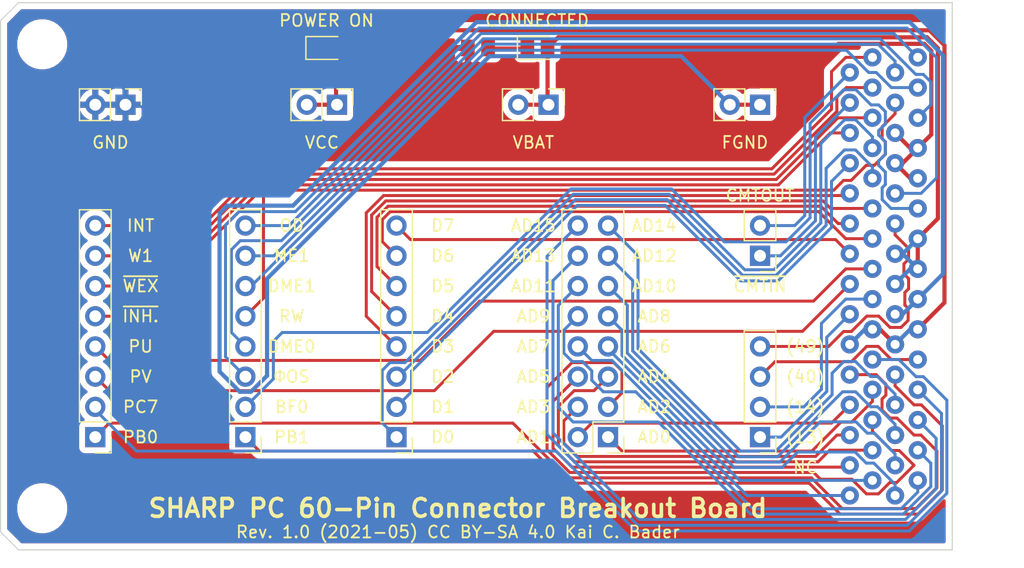
<source format=kicad_pcb>
(kicad_pcb (version 20171130) (host pcbnew 5.1.10-88a1d61d58~88~ubuntu20.10.1)

  (general
    (thickness 1.6)
    (drawings 61)
    (tracks 464)
    (zones 0)
    (modules 17)
    (nets 53)
  )

  (page User 210.007 148.488)
  (title_block
    (title "SHARP PC 60-Pin Connector Breakout Board")
    (date 2021-05-06)
    (rev 1.0)
    (company www.KaiBader.de)
    (comment 1 "CC BY-SA 4.0")
    (comment 2 "Kai Christian Bader")
  )

  (layers
    (0 F.Cu signal)
    (31 B.Cu signal)
    (32 B.Adhes user)
    (33 F.Adhes user)
    (34 B.Paste user)
    (35 F.Paste user)
    (36 B.SilkS user)
    (37 F.SilkS user)
    (38 B.Mask user)
    (39 F.Mask user)
    (40 Dwgs.User user)
    (41 Cmts.User user)
    (42 Eco1.User user)
    (43 Eco2.User user)
    (44 Edge.Cuts user)
    (45 Margin user)
    (46 B.CrtYd user)
    (47 F.CrtYd user)
    (48 B.Fab user)
    (49 F.Fab user)
  )

  (setup
    (last_trace_width 0.25)
    (trace_clearance 0.2)
    (zone_clearance 0.508)
    (zone_45_only no)
    (trace_min 0.2)
    (via_size 0.8)
    (via_drill 0.4)
    (via_min_size 0.4)
    (via_min_drill 0.3)
    (uvia_size 0.3)
    (uvia_drill 0.1)
    (uvias_allowed no)
    (uvia_min_size 0.2)
    (uvia_min_drill 0.1)
    (edge_width 0.1)
    (segment_width 0.2)
    (pcb_text_width 0.3)
    (pcb_text_size 1.5 1.5)
    (mod_edge_width 0.15)
    (mod_text_size 1 1)
    (mod_text_width 0.15)
    (pad_size 1.5 1.5)
    (pad_drill 0.6)
    (pad_to_mask_clearance 0)
    (aux_axis_origin 0 0)
    (visible_elements FFFFFF7F)
    (pcbplotparams
      (layerselection 0x010e0_ffffffff)
      (usegerberextensions false)
      (usegerberattributes false)
      (usegerberadvancedattributes false)
      (creategerberjobfile false)
      (excludeedgelayer true)
      (linewidth 0.150000)
      (plotframeref false)
      (viasonmask false)
      (mode 1)
      (useauxorigin false)
      (hpglpennumber 1)
      (hpglpenspeed 20)
      (hpglpendiameter 15.000000)
      (psnegative false)
      (psa4output false)
      (plotreference true)
      (plotvalue true)
      (plotinvisibletext false)
      (padsonsilk false)
      (subtractmaskfromsilk false)
      (outputformat 1)
      (mirror false)
      (drillshape 0)
      (scaleselection 1)
      (outputdirectory "Gerber/"))
  )

  (net 0 "")
  (net 1 "Net-(D1-Pad1)")
  (net 2 "Net-(D2-Pad1)")
  (net 3 +4V7)
  (net 4 +BATT)
  (net 5 GND)
  (net 6 /FGND)
  (net 7 /NC4)
  (net 8 /NC3)
  (net 9 /NC2)
  (net 10 /NC1)
  (net 11 /PB0)
  (net 12 /PC7)
  (net 13 /PV)
  (net 14 /PU)
  (net 15 /~INHIBIT)
  (net 16 /~WEX)
  (net 17 /W1)
  (net 18 /INT)
  (net 19 /OD)
  (net 20 /ME1)
  (net 21 /DME1)
  (net 22 /RW)
  (net 23 /DME0)
  (net 24 /ΦOS)
  (net 25 /BFO)
  (net 26 /PB1)
  (net 27 /~CMTIN)
  (net 28 /CMTOUT)
  (net 29 /AD0)
  (net 30 /AD1)
  (net 31 /AD2)
  (net 32 /AD3)
  (net 33 /AD4)
  (net 34 /AD5)
  (net 35 /AD6)
  (net 36 /AD7)
  (net 37 /AD8)
  (net 38 /AD9)
  (net 39 /AD10)
  (net 40 /AD11)
  (net 41 /AD12)
  (net 42 /AD13)
  (net 43 /AD14)
  (net 44 /AD15)
  (net 45 /D0)
  (net 46 /D1)
  (net 47 /D2)
  (net 48 /D3)
  (net 49 /D4)
  (net 50 /D5)
  (net 51 /D6)
  (net 52 /D7)

  (net_class Default "Dies ist die voreingestellte Netzklasse."
    (clearance 0.2)
    (trace_width 0.25)
    (via_dia 0.8)
    (via_drill 0.4)
    (uvia_dia 0.3)
    (uvia_drill 0.1)
    (add_net /AD0)
    (add_net /AD1)
    (add_net /AD10)
    (add_net /AD11)
    (add_net /AD12)
    (add_net /AD13)
    (add_net /AD14)
    (add_net /AD15)
    (add_net /AD2)
    (add_net /AD3)
    (add_net /AD4)
    (add_net /AD5)
    (add_net /AD6)
    (add_net /AD7)
    (add_net /AD8)
    (add_net /AD9)
    (add_net /BFO)
    (add_net /CMTOUT)
    (add_net /D0)
    (add_net /D1)
    (add_net /D2)
    (add_net /D3)
    (add_net /D4)
    (add_net /D5)
    (add_net /D6)
    (add_net /D7)
    (add_net /DME0)
    (add_net /DME1)
    (add_net /INT)
    (add_net /ME1)
    (add_net /NC1)
    (add_net /NC2)
    (add_net /NC3)
    (add_net /NC4)
    (add_net /OD)
    (add_net /PB0)
    (add_net /PB1)
    (add_net /PC7)
    (add_net /PU)
    (add_net /PV)
    (add_net /RW)
    (add_net /W1)
    (add_net /~CMTIN)
    (add_net /~INHIBIT)
    (add_net /~WEX)
    (add_net /ΦOS)
    (add_net "Net-(D1-Pad1)")
    (add_net "Net-(D2-Pad1)")
  )

  (net_class PWR ""
    (clearance 0.2)
    (trace_width 0.35)
    (via_dia 0.8)
    (via_drill 0.4)
    (uvia_dia 0.3)
    (uvia_drill 0.1)
    (add_net +4V7)
    (add_net +BATT)
    (add_net /FGND)
    (add_net GND)
  )

  (module LED_SMD:LED_0805_2012Metric (layer F.Cu) (tedit 5B2AB338) (tstamp 5B23ECD2)
    (at 90.51 40.95)
    (descr "LED SMD 0805 (2012 Metric), square (rectangular) end terminal, IPC_7351 nominal, (Body size source: http://www.tortai-tech.com/upload/download/2011102023233369053.pdf), generated with kicad-footprint-generator")
    (tags diode)
    (path /5B2709AA)
    (attr smd)
    (fp_text reference D1 (at 0 -1.65) (layer F.SilkS) hide
      (effects (font (size 1 1) (thickness 0.15)))
    )
    (fp_text value 4V7 (at 0 -1.58) (layer F.Fab)
      (effects (font (size 1 1) (thickness 0.15)))
    )
    (fp_line (start 1 -0.6) (end -0.7 -0.6) (layer F.Fab) (width 0.1))
    (fp_line (start -0.7 -0.6) (end -1 -0.3) (layer F.Fab) (width 0.1))
    (fp_line (start -1 -0.3) (end -1 0.6) (layer F.Fab) (width 0.1))
    (fp_line (start -1 0.6) (end 1 0.6) (layer F.Fab) (width 0.1))
    (fp_line (start 1 0.6) (end 1 -0.6) (layer F.Fab) (width 0.1))
    (fp_line (start 1 -0.96) (end -1.685 -0.96) (layer F.SilkS) (width 0.12))
    (fp_line (start -1.685 -0.96) (end -1.685 0.96) (layer F.SilkS) (width 0.12))
    (fp_line (start -1.685 0.96) (end 1 0.96) (layer F.SilkS) (width 0.12))
    (fp_line (start -1.68 0.95) (end -1.68 -0.95) (layer F.CrtYd) (width 0.05))
    (fp_line (start -1.68 -0.95) (end 1.68 -0.95) (layer F.CrtYd) (width 0.05))
    (fp_line (start 1.68 -0.95) (end 1.68 0.95) (layer F.CrtYd) (width 0.05))
    (fp_line (start 1.68 0.95) (end -1.68 0.95) (layer F.CrtYd) (width 0.05))
    (fp_text user %R (at -0.655001 0) (layer F.Fab)
      (effects (font (size 0.5 0.5) (thickness 0.08)))
    )
    (pad 2 smd rect (at 0.85 0) (size 1.15 1.4) (layers F.Cu F.Paste F.Mask)
      (net 3 +4V7))
    (pad 1 smd rect (at -0.85 0) (size 1.15 1.4) (layers F.Cu F.Paste F.Mask)
      (net 1 "Net-(D1-Pad1)"))
    (model ${KISYS3DMOD}/LED_SMD.3dshapes/LED_0805_2012Metric.wrl
      (at (xyz 0 0 0))
      (scale (xyz 1 1 1))
      (rotate (xyz 0 0 0))
    )
  )

  (module LED_SMD:LED_0805_2012Metric (layer F.Cu) (tedit 5B2AB342) (tstamp 5B23ED08)
    (at 108.29 40.95)
    (descr "LED SMD 0805 (2012 Metric), square (rectangular) end terminal, IPC_7351 nominal, (Body size source: http://www.tortai-tech.com/upload/download/2011102023233369053.pdf), generated with kicad-footprint-generator")
    (tags diode)
    (path /5B27321E)
    (attr smd)
    (fp_text reference D2 (at 0 -1.65) (layer F.SilkS) hide
      (effects (font (size 1 1) (thickness 0.15)))
    )
    (fp_text value BATT (at 0 -1.58) (layer F.Fab)
      (effects (font (size 1 1) (thickness 0.15)))
    )
    (fp_line (start 1 -0.6) (end -0.7 -0.6) (layer F.Fab) (width 0.1))
    (fp_line (start -0.7 -0.6) (end -1 -0.3) (layer F.Fab) (width 0.1))
    (fp_line (start -1 -0.3) (end -1 0.6) (layer F.Fab) (width 0.1))
    (fp_line (start -1 0.6) (end 1 0.6) (layer F.Fab) (width 0.1))
    (fp_line (start 1 0.6) (end 1 -0.6) (layer F.Fab) (width 0.1))
    (fp_line (start 1 -0.96) (end -1.685 -0.96) (layer F.SilkS) (width 0.12))
    (fp_line (start -1.685 -0.96) (end -1.685 0.96) (layer F.SilkS) (width 0.12))
    (fp_line (start -1.685 0.96) (end 1 0.96) (layer F.SilkS) (width 0.12))
    (fp_line (start -1.68 0.95) (end -1.68 -0.95) (layer F.CrtYd) (width 0.05))
    (fp_line (start -1.68 -0.95) (end 1.68 -0.95) (layer F.CrtYd) (width 0.05))
    (fp_line (start 1.68 -0.95) (end 1.68 0.95) (layer F.CrtYd) (width 0.05))
    (fp_line (start 1.68 0.95) (end -1.68 0.95) (layer F.CrtYd) (width 0.05))
    (fp_text user %R (at 0 0) (layer F.Fab)
      (effects (font (size 0.5 0.5) (thickness 0.08)))
    )
    (pad 2 smd rect (at 0.85 0) (size 1.15 1.4) (layers F.Cu F.Paste F.Mask)
      (net 4 +BATT))
    (pad 1 smd rect (at -0.85 0) (size 1.15 1.4) (layers F.Cu F.Paste F.Mask)
      (net 2 "Net-(D2-Pad1)"))
    (model ${KISYS3DMOD}/LED_SMD.3dshapes/LED_0805_2012Metric.wrl
      (at (xyz 0 0 0))
      (scale (xyz 1 1 1))
      (rotate (xyz 0 0 0))
    )
  )

  (module Connector_PinHeader_2.54mm:PinHeader_1x04_P2.54mm_Vertical (layer F.Cu) (tedit 5B2AB322) (tstamp 5B291E27)
    (at 127 73.66 180)
    (descr "Through hole straight pin header, 1x04, 2.54mm pitch, single row")
    (tags "Through hole pin header THT 1x04 2.54mm single row")
    (path /5B23A527)
    (fp_text reference J1 (at 0 -2.33 180) (layer F.SilkS) hide
      (effects (font (size 1 1) (thickness 0.15)))
    )
    (fp_text value NC (at 0 9.95 180) (layer F.Fab)
      (effects (font (size 1 1) (thickness 0.15)))
    )
    (fp_line (start -0.635 -1.27) (end 1.27 -1.27) (layer F.Fab) (width 0.1))
    (fp_line (start 1.27 -1.27) (end 1.27 8.89) (layer F.Fab) (width 0.1))
    (fp_line (start 1.27 8.89) (end -1.27 8.89) (layer F.Fab) (width 0.1))
    (fp_line (start -1.27 8.89) (end -1.27 -0.635) (layer F.Fab) (width 0.1))
    (fp_line (start -1.27 -0.635) (end -0.635 -1.27) (layer F.Fab) (width 0.1))
    (fp_line (start -1.33 8.95) (end 1.33 8.95) (layer F.SilkS) (width 0.12))
    (fp_line (start -1.33 1.27) (end -1.33 8.95) (layer F.SilkS) (width 0.12))
    (fp_line (start 1.33 1.27) (end 1.33 8.95) (layer F.SilkS) (width 0.12))
    (fp_line (start -1.33 1.27) (end 1.33 1.27) (layer F.SilkS) (width 0.12))
    (fp_line (start -1.33 0) (end -1.33 -1.33) (layer F.SilkS) (width 0.12))
    (fp_line (start -1.33 -1.33) (end 0 -1.33) (layer F.SilkS) (width 0.12))
    (fp_line (start -1.8 -1.8) (end -1.8 9.4) (layer F.CrtYd) (width 0.05))
    (fp_line (start -1.8 9.4) (end 1.8 9.4) (layer F.CrtYd) (width 0.05))
    (fp_line (start 1.8 9.4) (end 1.8 -1.8) (layer F.CrtYd) (width 0.05))
    (fp_line (start 1.8 -1.8) (end -1.8 -1.8) (layer F.CrtYd) (width 0.05))
    (fp_text user %R (at 0 3.81 -90) (layer F.Fab)
      (effects (font (size 1 1) (thickness 0.15)))
    )
    (pad 4 thru_hole oval (at 0 7.62 180) (size 1.7 1.7) (drill 1) (layers *.Cu *.Mask)
      (net 7 /NC4))
    (pad 3 thru_hole oval (at 0 5.08 180) (size 1.7 1.7) (drill 1) (layers *.Cu *.Mask)
      (net 8 /NC3))
    (pad 2 thru_hole oval (at 0 2.54 180) (size 1.7 1.7) (drill 1) (layers *.Cu *.Mask)
      (net 9 /NC2))
    (pad 1 thru_hole rect (at 0 0 180) (size 1.7 1.7) (drill 1) (layers *.Cu *.Mask)
      (net 10 /NC1))
    (model ${KISYS3DMOD}/Connector_PinHeader_2.54mm.3dshapes/PinHeader_1x04_P2.54mm_Vertical.wrl
      (at (xyz 0 0 0))
      (scale (xyz 1 1 1))
      (rotate (xyz 0 0 0))
    )
  )

  (module Connector_PinHeader_2.54mm:PinHeader_1x08_P2.54mm_Vertical (layer F.Cu) (tedit 5B2AB356) (tstamp 5B23ED8C)
    (at 71.12 73.66 180)
    (descr "Through hole straight pin header, 1x08, 2.54mm pitch, single row")
    (tags "Through hole pin header THT 1x08 2.54mm single row")
    (path /5B251D1D)
    (fp_text reference J2 (at 0 -2.33 180) (layer F.SilkS) hide
      (effects (font (size 1 1) (thickness 0.15)))
    )
    (fp_text value PINS1 (at 0 20.11 180) (layer F.Fab)
      (effects (font (size 1 1) (thickness 0.15)))
    )
    (fp_line (start 1.8 -1.8) (end -1.8 -1.8) (layer F.CrtYd) (width 0.05))
    (fp_line (start 1.8 19.55) (end 1.8 -1.8) (layer F.CrtYd) (width 0.05))
    (fp_line (start -1.8 19.55) (end 1.8 19.55) (layer F.CrtYd) (width 0.05))
    (fp_line (start -1.8 -1.8) (end -1.8 19.55) (layer F.CrtYd) (width 0.05))
    (fp_line (start -1.33 -1.33) (end 0 -1.33) (layer F.SilkS) (width 0.12))
    (fp_line (start -1.33 0) (end -1.33 -1.33) (layer F.SilkS) (width 0.12))
    (fp_line (start -1.33 1.27) (end 1.33 1.27) (layer F.SilkS) (width 0.12))
    (fp_line (start 1.33 1.27) (end 1.33 19.11) (layer F.SilkS) (width 0.12))
    (fp_line (start -1.33 1.27) (end -1.33 19.11) (layer F.SilkS) (width 0.12))
    (fp_line (start -1.33 19.11) (end 1.33 19.11) (layer F.SilkS) (width 0.12))
    (fp_line (start -1.27 -0.635) (end -0.635 -1.27) (layer F.Fab) (width 0.1))
    (fp_line (start -1.27 19.05) (end -1.27 -0.635) (layer F.Fab) (width 0.1))
    (fp_line (start 1.27 19.05) (end -1.27 19.05) (layer F.Fab) (width 0.1))
    (fp_line (start 1.27 -1.27) (end 1.27 19.05) (layer F.Fab) (width 0.1))
    (fp_line (start -0.635 -1.27) (end 1.27 -1.27) (layer F.Fab) (width 0.1))
    (fp_text user %R (at 0 8.89 270) (layer F.Fab)
      (effects (font (size 1 1) (thickness 0.15)))
    )
    (pad 1 thru_hole rect (at 0 0 180) (size 1.7 1.7) (drill 1) (layers *.Cu *.Mask)
      (net 11 /PB0))
    (pad 2 thru_hole oval (at 0 2.54 180) (size 1.7 1.7) (drill 1) (layers *.Cu *.Mask)
      (net 12 /PC7))
    (pad 3 thru_hole oval (at 0 5.08 180) (size 1.7 1.7) (drill 1) (layers *.Cu *.Mask)
      (net 13 /PV))
    (pad 4 thru_hole oval (at 0 7.62 180) (size 1.7 1.7) (drill 1) (layers *.Cu *.Mask)
      (net 14 /PU))
    (pad 5 thru_hole oval (at 0 10.16 180) (size 1.7 1.7) (drill 1) (layers *.Cu *.Mask)
      (net 15 /~INHIBIT))
    (pad 6 thru_hole oval (at 0 12.7 180) (size 1.7 1.7) (drill 1) (layers *.Cu *.Mask)
      (net 16 /~WEX))
    (pad 7 thru_hole oval (at 0 15.24 180) (size 1.7 1.7) (drill 1) (layers *.Cu *.Mask)
      (net 17 /W1))
    (pad 8 thru_hole oval (at 0 17.78 180) (size 1.7 1.7) (drill 1) (layers *.Cu *.Mask)
      (net 18 /INT))
    (model ${KISYS3DMOD}/Connector_PinHeader_2.54mm.3dshapes/PinHeader_1x08_P2.54mm_Vertical.wrl
      (at (xyz 0 0 0))
      (scale (xyz 1 1 1))
      (rotate (xyz 0 0 0))
    )
  )

  (module Connector_PinHeader_2.54mm:PinHeader_1x08_P2.54mm_Vertical (layer F.Cu) (tedit 5B2AB32D) (tstamp 5B23F0F5)
    (at 83.74 73.66 180)
    (descr "Through hole straight pin header, 1x08, 2.54mm pitch, single row")
    (tags "Through hole pin header THT 1x08 2.54mm single row")
    (path /5B251EAB)
    (fp_text reference J3 (at 0 -2.33 180) (layer F.SilkS) hide
      (effects (font (size 1 1) (thickness 0.15)))
    )
    (fp_text value PINS2 (at 0 20.11 180) (layer F.Fab)
      (effects (font (size 1 1) (thickness 0.15)))
    )
    (fp_line (start -0.635 -1.27) (end 1.27 -1.27) (layer F.Fab) (width 0.1))
    (fp_line (start 1.27 -1.27) (end 1.27 19.05) (layer F.Fab) (width 0.1))
    (fp_line (start 1.27 19.05) (end -1.27 19.05) (layer F.Fab) (width 0.1))
    (fp_line (start -1.27 19.05) (end -1.27 -0.635) (layer F.Fab) (width 0.1))
    (fp_line (start -1.27 -0.635) (end -0.635 -1.27) (layer F.Fab) (width 0.1))
    (fp_line (start -1.33 19.11) (end 1.33 19.11) (layer F.SilkS) (width 0.12))
    (fp_line (start -1.33 1.27) (end -1.33 19.11) (layer F.SilkS) (width 0.12))
    (fp_line (start 1.33 1.27) (end 1.33 19.11) (layer F.SilkS) (width 0.12))
    (fp_line (start -1.33 1.27) (end 1.33 1.27) (layer F.SilkS) (width 0.12))
    (fp_line (start -1.33 0) (end -1.33 -1.33) (layer F.SilkS) (width 0.12))
    (fp_line (start -1.33 -1.33) (end 0 -1.33) (layer F.SilkS) (width 0.12))
    (fp_line (start -1.8 -1.8) (end -1.8 19.55) (layer F.CrtYd) (width 0.05))
    (fp_line (start -1.8 19.55) (end 1.8 19.55) (layer F.CrtYd) (width 0.05))
    (fp_line (start 1.8 19.55) (end 1.8 -1.8) (layer F.CrtYd) (width 0.05))
    (fp_line (start 1.8 -1.8) (end -1.8 -1.8) (layer F.CrtYd) (width 0.05))
    (fp_text user %R (at 0 8.89 270) (layer F.Fab)
      (effects (font (size 1 1) (thickness 0.15)))
    )
    (pad 8 thru_hole oval (at 0 17.78 180) (size 1.7 1.7) (drill 1) (layers *.Cu *.Mask)
      (net 19 /OD))
    (pad 7 thru_hole oval (at 0 15.24 180) (size 1.7 1.7) (drill 1) (layers *.Cu *.Mask)
      (net 20 /ME1))
    (pad 6 thru_hole oval (at 0 12.7 180) (size 1.7 1.7) (drill 1) (layers *.Cu *.Mask)
      (net 21 /DME1))
    (pad 5 thru_hole oval (at 0 10.16 180) (size 1.7 1.7) (drill 1) (layers *.Cu *.Mask)
      (net 22 /RW))
    (pad 4 thru_hole oval (at 0 7.62 180) (size 1.7 1.7) (drill 1) (layers *.Cu *.Mask)
      (net 23 /DME0))
    (pad 3 thru_hole oval (at 0 5.08 180) (size 1.7 1.7) (drill 1) (layers *.Cu *.Mask)
      (net 24 /ΦOS))
    (pad 2 thru_hole oval (at 0 2.54 180) (size 1.7 1.7) (drill 1) (layers *.Cu *.Mask)
      (net 25 /BFO))
    (pad 1 thru_hole rect (at 0 0 180) (size 1.7 1.7) (drill 1) (layers *.Cu *.Mask)
      (net 26 /PB1))
    (model ${KISYS3DMOD}/Connector_PinHeader_2.54mm.3dshapes/PinHeader_1x08_P2.54mm_Vertical.wrl
      (at (xyz 0 0 0))
      (scale (xyz 1 1 1))
      (rotate (xyz 0 0 0))
    )
  )

  (module Connector_PinHeader_2.54mm:PinHeader_1x02_P2.54mm_Vertical (layer F.Cu) (tedit 5B2AB31E) (tstamp 5B23F0B0)
    (at 127 58.42 180)
    (descr "Through hole straight pin header, 1x02, 2.54mm pitch, single row")
    (tags "Through hole pin header THT 1x02 2.54mm single row")
    (path /5B24F1C1)
    (fp_text reference J4 (at 0 -2.33 180) (layer F.SilkS) hide
      (effects (font (size 1 1) (thickness 0.15)))
    )
    (fp_text value CMT (at 0 4.87 180) (layer F.Fab)
      (effects (font (size 1 1) (thickness 0.15)))
    )
    (fp_line (start 1.8 -1.8) (end -1.8 -1.8) (layer F.CrtYd) (width 0.05))
    (fp_line (start 1.8 4.35) (end 1.8 -1.8) (layer F.CrtYd) (width 0.05))
    (fp_line (start -1.8 4.35) (end 1.8 4.35) (layer F.CrtYd) (width 0.05))
    (fp_line (start -1.8 -1.8) (end -1.8 4.35) (layer F.CrtYd) (width 0.05))
    (fp_line (start -1.33 -1.33) (end 0 -1.33) (layer F.SilkS) (width 0.12))
    (fp_line (start -1.33 0) (end -1.33 -1.33) (layer F.SilkS) (width 0.12))
    (fp_line (start -1.33 1.27) (end 1.33 1.27) (layer F.SilkS) (width 0.12))
    (fp_line (start 1.33 1.27) (end 1.33 3.87) (layer F.SilkS) (width 0.12))
    (fp_line (start -1.33 1.27) (end -1.33 3.87) (layer F.SilkS) (width 0.12))
    (fp_line (start -1.33 3.87) (end 1.33 3.87) (layer F.SilkS) (width 0.12))
    (fp_line (start -1.27 -0.635) (end -0.635 -1.27) (layer F.Fab) (width 0.1))
    (fp_line (start -1.27 3.81) (end -1.27 -0.635) (layer F.Fab) (width 0.1))
    (fp_line (start 1.27 3.81) (end -1.27 3.81) (layer F.Fab) (width 0.1))
    (fp_line (start 1.27 -1.27) (end 1.27 3.81) (layer F.Fab) (width 0.1))
    (fp_line (start -0.635 -1.27) (end 1.27 -1.27) (layer F.Fab) (width 0.1))
    (fp_text user %R (at 0 1.27 270) (layer F.Fab)
      (effects (font (size 1 1) (thickness 0.15)))
    )
    (pad 1 thru_hole rect (at 0 0 180) (size 1.7 1.7) (drill 1) (layers *.Cu *.Mask)
      (net 27 /~CMTIN))
    (pad 2 thru_hole oval (at 0 2.54 180) (size 1.7 1.7) (drill 1) (layers *.Cu *.Mask)
      (net 28 /CMTOUT))
    (model ${KISYS3DMOD}/Connector_PinHeader_2.54mm.3dshapes/PinHeader_1x02_P2.54mm_Vertical.wrl
      (at (xyz 0 0 0))
      (scale (xyz 1 1 1))
      (rotate (xyz 0 0 0))
    )
  )

  (module Connector_PinHeader_2.54mm:PinHeader_2x08_P2.54mm_Vertical (layer F.Cu) (tedit 5B2AB326) (tstamp 5B292B02)
    (at 114.22 73.66 180)
    (descr "Through hole straight pin header, 2x08, 2.54mm pitch, double rows")
    (tags "Through hole pin header THT 2x08 2.54mm double row")
    (path /5B24D89C)
    (fp_text reference J5 (at 1.27 -2.33 180) (layer F.SilkS) hide
      (effects (font (size 1 1) (thickness 0.15)))
    )
    (fp_text value A-BUS (at 1.27 20.11 180) (layer F.Fab)
      (effects (font (size 1 1) (thickness 0.15)))
    )
    (fp_line (start 4.35 -1.8) (end -1.8 -1.8) (layer F.CrtYd) (width 0.05))
    (fp_line (start 4.35 19.55) (end 4.35 -1.8) (layer F.CrtYd) (width 0.05))
    (fp_line (start -1.8 19.55) (end 4.35 19.55) (layer F.CrtYd) (width 0.05))
    (fp_line (start -1.8 -1.8) (end -1.8 19.55) (layer F.CrtYd) (width 0.05))
    (fp_line (start -1.33 -1.33) (end 0 -1.33) (layer F.SilkS) (width 0.12))
    (fp_line (start -1.33 0) (end -1.33 -1.33) (layer F.SilkS) (width 0.12))
    (fp_line (start 1.27 -1.33) (end 3.87 -1.33) (layer F.SilkS) (width 0.12))
    (fp_line (start 1.27 1.27) (end 1.27 -1.33) (layer F.SilkS) (width 0.12))
    (fp_line (start -1.33 1.27) (end 1.27 1.27) (layer F.SilkS) (width 0.12))
    (fp_line (start 3.87 -1.33) (end 3.87 19.11) (layer F.SilkS) (width 0.12))
    (fp_line (start -1.33 1.27) (end -1.33 19.11) (layer F.SilkS) (width 0.12))
    (fp_line (start -1.33 19.11) (end 3.87 19.11) (layer F.SilkS) (width 0.12))
    (fp_line (start -1.27 0) (end 0 -1.27) (layer F.Fab) (width 0.1))
    (fp_line (start -1.27 19.05) (end -1.27 0) (layer F.Fab) (width 0.1))
    (fp_line (start 3.81 19.05) (end -1.27 19.05) (layer F.Fab) (width 0.1))
    (fp_line (start 3.81 -1.27) (end 3.81 19.05) (layer F.Fab) (width 0.1))
    (fp_line (start 0 -1.27) (end 3.81 -1.27) (layer F.Fab) (width 0.1))
    (fp_text user %R (at 1.27 8.89 -90) (layer F.Fab)
      (effects (font (size 1 1) (thickness 0.15)))
    )
    (pad 1 thru_hole rect (at 0 0 180) (size 1.7 1.7) (drill 1) (layers *.Cu *.Mask)
      (net 29 /AD0))
    (pad 2 thru_hole oval (at 2.54 0 180) (size 1.7 1.7) (drill 1) (layers *.Cu *.Mask)
      (net 30 /AD1))
    (pad 3 thru_hole oval (at 0 2.54 180) (size 1.7 1.7) (drill 1) (layers *.Cu *.Mask)
      (net 31 /AD2))
    (pad 4 thru_hole oval (at 2.54 2.54 180) (size 1.7 1.7) (drill 1) (layers *.Cu *.Mask)
      (net 32 /AD3))
    (pad 5 thru_hole oval (at 0 5.08 180) (size 1.7 1.7) (drill 1) (layers *.Cu *.Mask)
      (net 33 /AD4))
    (pad 6 thru_hole oval (at 2.54 5.08 180) (size 1.7 1.7) (drill 1) (layers *.Cu *.Mask)
      (net 34 /AD5))
    (pad 7 thru_hole oval (at 0 7.62 180) (size 1.7 1.7) (drill 1) (layers *.Cu *.Mask)
      (net 35 /AD6))
    (pad 8 thru_hole oval (at 2.54 7.62 180) (size 1.7 1.7) (drill 1) (layers *.Cu *.Mask)
      (net 36 /AD7))
    (pad 9 thru_hole oval (at 0 10.16 180) (size 1.7 1.7) (drill 1) (layers *.Cu *.Mask)
      (net 37 /AD8))
    (pad 10 thru_hole oval (at 2.54 10.16 180) (size 1.7 1.7) (drill 1) (layers *.Cu *.Mask)
      (net 38 /AD9))
    (pad 11 thru_hole oval (at 0 12.7 180) (size 1.7 1.7) (drill 1) (layers *.Cu *.Mask)
      (net 39 /AD10))
    (pad 12 thru_hole oval (at 2.54 12.7 180) (size 1.7 1.7) (drill 1) (layers *.Cu *.Mask)
      (net 40 /AD11))
    (pad 13 thru_hole oval (at 0 15.24 180) (size 1.7 1.7) (drill 1) (layers *.Cu *.Mask)
      (net 41 /AD12))
    (pad 14 thru_hole oval (at 2.54 15.24 180) (size 1.7 1.7) (drill 1) (layers *.Cu *.Mask)
      (net 42 /AD13))
    (pad 15 thru_hole oval (at 0 17.78 180) (size 1.7 1.7) (drill 1) (layers *.Cu *.Mask)
      (net 43 /AD14))
    (pad 16 thru_hole oval (at 2.54 17.78 180) (size 1.7 1.7) (drill 1) (layers *.Cu *.Mask)
      (net 44 /AD15))
    (model ${KISYS3DMOD}/Connector_PinHeader_2.54mm.3dshapes/PinHeader_2x08_P2.54mm_Vertical.wrl
      (at (xyz 0 0 0))
      (scale (xyz 1 1 1))
      (rotate (xyz 0 0 0))
    )
  )

  (module Connector_PinHeader_2.54mm:PinHeader_1x08_P2.54mm_Vertical (layer F.Cu) (tedit 5B2AB329) (tstamp 5B23EDDD)
    (at 96.44 73.66 180)
    (descr "Through hole straight pin header, 1x08, 2.54mm pitch, single row")
    (tags "Through hole pin header THT 1x08 2.54mm single row")
    (path /5B231176)
    (fp_text reference J6 (at 0 -2.33 180) (layer F.SilkS) hide
      (effects (font (size 1 1) (thickness 0.15)))
    )
    (fp_text value D-BUS (at 0 20.11 180) (layer F.Fab)
      (effects (font (size 1 1) (thickness 0.15)))
    )
    (fp_line (start 1.8 -1.8) (end -1.8 -1.8) (layer F.CrtYd) (width 0.05))
    (fp_line (start 1.8 19.55) (end 1.8 -1.8) (layer F.CrtYd) (width 0.05))
    (fp_line (start -1.8 19.55) (end 1.8 19.55) (layer F.CrtYd) (width 0.05))
    (fp_line (start -1.8 -1.8) (end -1.8 19.55) (layer F.CrtYd) (width 0.05))
    (fp_line (start -1.33 -1.33) (end 0 -1.33) (layer F.SilkS) (width 0.12))
    (fp_line (start -1.33 0) (end -1.33 -1.33) (layer F.SilkS) (width 0.12))
    (fp_line (start -1.33 1.27) (end 1.33 1.27) (layer F.SilkS) (width 0.12))
    (fp_line (start 1.33 1.27) (end 1.33 19.11) (layer F.SilkS) (width 0.12))
    (fp_line (start -1.33 1.27) (end -1.33 19.11) (layer F.SilkS) (width 0.12))
    (fp_line (start -1.33 19.11) (end 1.33 19.11) (layer F.SilkS) (width 0.12))
    (fp_line (start -1.27 -0.635) (end -0.635 -1.27) (layer F.Fab) (width 0.1))
    (fp_line (start -1.27 19.05) (end -1.27 -0.635) (layer F.Fab) (width 0.1))
    (fp_line (start 1.27 19.05) (end -1.27 19.05) (layer F.Fab) (width 0.1))
    (fp_line (start 1.27 -1.27) (end 1.27 19.05) (layer F.Fab) (width 0.1))
    (fp_line (start -0.635 -1.27) (end 1.27 -1.27) (layer F.Fab) (width 0.1))
    (fp_text user %R (at 0 8.89 270) (layer F.Fab)
      (effects (font (size 1 1) (thickness 0.15)))
    )
    (pad 1 thru_hole rect (at 0 0 180) (size 1.7 1.7) (drill 1) (layers *.Cu *.Mask)
      (net 45 /D0))
    (pad 2 thru_hole oval (at 0 2.54 180) (size 1.7 1.7) (drill 1) (layers *.Cu *.Mask)
      (net 46 /D1))
    (pad 3 thru_hole oval (at 0 5.08 180) (size 1.7 1.7) (drill 1) (layers *.Cu *.Mask)
      (net 47 /D2))
    (pad 4 thru_hole oval (at 0 7.62 180) (size 1.7 1.7) (drill 1) (layers *.Cu *.Mask)
      (net 48 /D3))
    (pad 5 thru_hole oval (at 0 10.16 180) (size 1.7 1.7) (drill 1) (layers *.Cu *.Mask)
      (net 49 /D4))
    (pad 6 thru_hole oval (at 0 12.7 180) (size 1.7 1.7) (drill 1) (layers *.Cu *.Mask)
      (net 50 /D5))
    (pad 7 thru_hole oval (at 0 15.24 180) (size 1.7 1.7) (drill 1) (layers *.Cu *.Mask)
      (net 51 /D6))
    (pad 8 thru_hole oval (at 0 17.78 180) (size 1.7 1.7) (drill 1) (layers *.Cu *.Mask)
      (net 52 /D7))
    (model ${KISYS3DMOD}/Connector_PinHeader_2.54mm.3dshapes/PinHeader_1x08_P2.54mm_Vertical.wrl
      (at (xyz 0 0 0))
      (scale (xyz 1 1 1))
      (rotate (xyz 0 0 0))
    )
  )

  (module Connector_PinHeader_2.54mm:PinHeader_1x02_P2.54mm_Vertical (layer F.Cu) (tedit 5B2AB317) (tstamp 5B2927D0)
    (at 127 45.72 270)
    (descr "Through hole straight pin header, 1x02, 2.54mm pitch, single row")
    (tags "Through hole pin header THT 1x02 2.54mm single row")
    (path /5B23D331)
    (fp_text reference J7 (at 0 -2.33 270) (layer F.SilkS) hide
      (effects (font (size 1 1) (thickness 0.15)))
    )
    (fp_text value FGND (at 0 4.87 270) (layer F.Fab)
      (effects (font (size 1 1) (thickness 0.15)))
    )
    (fp_line (start 1.8 -1.8) (end -1.8 -1.8) (layer F.CrtYd) (width 0.05))
    (fp_line (start 1.8 4.35) (end 1.8 -1.8) (layer F.CrtYd) (width 0.05))
    (fp_line (start -1.8 4.35) (end 1.8 4.35) (layer F.CrtYd) (width 0.05))
    (fp_line (start -1.8 -1.8) (end -1.8 4.35) (layer F.CrtYd) (width 0.05))
    (fp_line (start -1.33 -1.33) (end 0 -1.33) (layer F.SilkS) (width 0.12))
    (fp_line (start -1.33 0) (end -1.33 -1.33) (layer F.SilkS) (width 0.12))
    (fp_line (start -1.33 1.27) (end 1.33 1.27) (layer F.SilkS) (width 0.12))
    (fp_line (start 1.33 1.27) (end 1.33 3.87) (layer F.SilkS) (width 0.12))
    (fp_line (start -1.33 1.27) (end -1.33 3.87) (layer F.SilkS) (width 0.12))
    (fp_line (start -1.33 3.87) (end 1.33 3.87) (layer F.SilkS) (width 0.12))
    (fp_line (start -1.27 -0.635) (end -0.635 -1.27) (layer F.Fab) (width 0.1))
    (fp_line (start -1.27 3.81) (end -1.27 -0.635) (layer F.Fab) (width 0.1))
    (fp_line (start 1.27 3.81) (end -1.27 3.81) (layer F.Fab) (width 0.1))
    (fp_line (start 1.27 -1.27) (end 1.27 3.81) (layer F.Fab) (width 0.1))
    (fp_line (start -0.635 -1.27) (end 1.27 -1.27) (layer F.Fab) (width 0.1))
    (fp_text user %R (at 0 3.6625) (layer F.Fab)
      (effects (font (size 1 1) (thickness 0.15)))
    )
    (pad 1 thru_hole rect (at 0 0 270) (size 1.7 1.7) (drill 1) (layers *.Cu *.Mask)
      (net 6 /FGND))
    (pad 2 thru_hole oval (at 0 2.54 270) (size 1.7 1.7) (drill 1) (layers *.Cu *.Mask)
      (net 6 /FGND))
    (model ${KISYS3DMOD}/Connector_PinHeader_2.54mm.3dshapes/PinHeader_1x02_P2.54mm_Vertical.wrl
      (at (xyz 0 0 0))
      (scale (xyz 1 1 1))
      (rotate (xyz 0 0 0))
    )
  )

  (module Connector_PinHeader_2.54mm:PinHeader_1x02_P2.54mm_Vertical (layer F.Cu) (tedit 5B2AB330) (tstamp 5B23EC3F)
    (at 91.44 45.72 270)
    (descr "Through hole straight pin header, 1x02, 2.54mm pitch, single row")
    (tags "Through hole pin header THT 1x02 2.54mm single row")
    (path /5B2409C8)
    (fp_text reference J8 (at 0 -2.33 270) (layer F.SilkS) hide
      (effects (font (size 1 1) (thickness 0.15)))
    )
    (fp_text value 4V7 (at 0 4.87 270) (layer F.Fab)
      (effects (font (size 1 1) (thickness 0.15)))
    )
    (fp_line (start -0.635 -1.27) (end 1.27 -1.27) (layer F.Fab) (width 0.1))
    (fp_line (start 1.27 -1.27) (end 1.27 3.81) (layer F.Fab) (width 0.1))
    (fp_line (start 1.27 3.81) (end -1.27 3.81) (layer F.Fab) (width 0.1))
    (fp_line (start -1.27 3.81) (end -1.27 -0.635) (layer F.Fab) (width 0.1))
    (fp_line (start -1.27 -0.635) (end -0.635 -1.27) (layer F.Fab) (width 0.1))
    (fp_line (start -1.33 3.87) (end 1.33 3.87) (layer F.SilkS) (width 0.12))
    (fp_line (start -1.33 1.27) (end -1.33 3.87) (layer F.SilkS) (width 0.12))
    (fp_line (start 1.33 1.27) (end 1.33 3.87) (layer F.SilkS) (width 0.12))
    (fp_line (start -1.33 1.27) (end 1.33 1.27) (layer F.SilkS) (width 0.12))
    (fp_line (start -1.33 0) (end -1.33 -1.33) (layer F.SilkS) (width 0.12))
    (fp_line (start -1.33 -1.33) (end 0 -1.33) (layer F.SilkS) (width 0.12))
    (fp_line (start -1.8 -1.8) (end -1.8 4.35) (layer F.CrtYd) (width 0.05))
    (fp_line (start -1.8 4.35) (end 1.8 4.35) (layer F.CrtYd) (width 0.05))
    (fp_line (start 1.8 4.35) (end 1.8 -1.8) (layer F.CrtYd) (width 0.05))
    (fp_line (start 1.8 -1.8) (end -1.8 -1.8) (layer F.CrtYd) (width 0.05))
    (fp_text user %R (at 0 1.27) (layer F.Fab)
      (effects (font (size 1 1) (thickness 0.15)))
    )
    (pad 2 thru_hole oval (at 0 2.54 270) (size 1.7 1.7) (drill 1) (layers *.Cu *.Mask)
      (net 3 +4V7))
    (pad 1 thru_hole rect (at 0 0 270) (size 1.7 1.7) (drill 1) (layers *.Cu *.Mask)
      (net 3 +4V7))
    (model ${KISYS3DMOD}/Connector_PinHeader_2.54mm.3dshapes/PinHeader_1x02_P2.54mm_Vertical.wrl
      (at (xyz 0 0 0))
      (scale (xyz 1 1 1))
      (rotate (xyz 0 0 0))
    )
  )

  (module Connector_PinHeader_2.54mm:PinHeader_1x02_P2.54mm_Vertical (layer F.Cu) (tedit 5B2AB31A) (tstamp 5B2925BC)
    (at 109.22 45.72 270)
    (descr "Through hole straight pin header, 1x02, 2.54mm pitch, single row")
    (tags "Through hole pin header THT 1x02 2.54mm single row")
    (path /5B240B04)
    (fp_text reference J9 (at 0 -2.33 270) (layer F.SilkS) hide
      (effects (font (size 1 1) (thickness 0.15)))
    )
    (fp_text value BATT (at 0 4.87 270) (layer F.Fab)
      (effects (font (size 1 1) (thickness 0.15)))
    )
    (fp_line (start -0.635 -1.27) (end 1.27 -1.27) (layer F.Fab) (width 0.1))
    (fp_line (start 1.27 -1.27) (end 1.27 3.81) (layer F.Fab) (width 0.1))
    (fp_line (start 1.27 3.81) (end -1.27 3.81) (layer F.Fab) (width 0.1))
    (fp_line (start -1.27 3.81) (end -1.27 -0.635) (layer F.Fab) (width 0.1))
    (fp_line (start -1.27 -0.635) (end -0.635 -1.27) (layer F.Fab) (width 0.1))
    (fp_line (start -1.33 3.87) (end 1.33 3.87) (layer F.SilkS) (width 0.12))
    (fp_line (start -1.33 1.27) (end -1.33 3.87) (layer F.SilkS) (width 0.12))
    (fp_line (start 1.33 1.27) (end 1.33 3.87) (layer F.SilkS) (width 0.12))
    (fp_line (start -1.33 1.27) (end 1.33 1.27) (layer F.SilkS) (width 0.12))
    (fp_line (start -1.33 0) (end -1.33 -1.33) (layer F.SilkS) (width 0.12))
    (fp_line (start -1.33 -1.33) (end 0 -1.33) (layer F.SilkS) (width 0.12))
    (fp_line (start -1.8 -1.8) (end -1.8 4.35) (layer F.CrtYd) (width 0.05))
    (fp_line (start -1.8 4.35) (end 1.8 4.35) (layer F.CrtYd) (width 0.05))
    (fp_line (start 1.8 4.35) (end 1.8 -1.8) (layer F.CrtYd) (width 0.05))
    (fp_line (start 1.8 -1.8) (end -1.8 -1.8) (layer F.CrtYd) (width 0.05))
    (fp_text user %R (at 0 1.27) (layer F.Fab)
      (effects (font (size 1 1) (thickness 0.15)))
    )
    (pad 2 thru_hole oval (at 0 2.54 270) (size 1.7 1.7) (drill 1) (layers *.Cu *.Mask)
      (net 4 +BATT))
    (pad 1 thru_hole rect (at 0 0 270) (size 1.7 1.7) (drill 1) (layers *.Cu *.Mask)
      (net 4 +BATT))
    (model ${KISYS3DMOD}/Connector_PinHeader_2.54mm.3dshapes/PinHeader_1x02_P2.54mm_Vertical.wrl
      (at (xyz 0 0 0))
      (scale (xyz 1 1 1))
      (rotate (xyz 0 0 0))
    )
  )

  (module Connector_PinHeader_2.54mm:PinHeader_1x02_P2.54mm_Vertical (layer F.Cu) (tedit 5B2AB350) (tstamp 5B2926E5)
    (at 73.66 45.72 270)
    (descr "Through hole straight pin header, 1x02, 2.54mm pitch, single row")
    (tags "Through hole pin header THT 1x02 2.54mm single row")
    (path /5B240ADA)
    (fp_text reference J10 (at 0 -2.33 270) (layer F.SilkS) hide
      (effects (font (size 1 1) (thickness 0.15)))
    )
    (fp_text value GND (at 0 4.87 270) (layer F.Fab)
      (effects (font (size 1 1) (thickness 0.15)))
    )
    (fp_line (start 1.8 -1.8) (end -1.8 -1.8) (layer F.CrtYd) (width 0.05))
    (fp_line (start 1.8 4.35) (end 1.8 -1.8) (layer F.CrtYd) (width 0.05))
    (fp_line (start -1.8 4.35) (end 1.8 4.35) (layer F.CrtYd) (width 0.05))
    (fp_line (start -1.8 -1.8) (end -1.8 4.35) (layer F.CrtYd) (width 0.05))
    (fp_line (start -1.33 -1.33) (end 0 -1.33) (layer F.SilkS) (width 0.12))
    (fp_line (start -1.33 0) (end -1.33 -1.33) (layer F.SilkS) (width 0.12))
    (fp_line (start -1.33 1.27) (end 1.33 1.27) (layer F.SilkS) (width 0.12))
    (fp_line (start 1.33 1.27) (end 1.33 3.87) (layer F.SilkS) (width 0.12))
    (fp_line (start -1.33 1.27) (end -1.33 3.87) (layer F.SilkS) (width 0.12))
    (fp_line (start -1.33 3.87) (end 1.33 3.87) (layer F.SilkS) (width 0.12))
    (fp_line (start -1.27 -0.635) (end -0.635 -1.27) (layer F.Fab) (width 0.1))
    (fp_line (start -1.27 3.81) (end -1.27 -0.635) (layer F.Fab) (width 0.1))
    (fp_line (start 1.27 3.81) (end -1.27 3.81) (layer F.Fab) (width 0.1))
    (fp_line (start 1.27 -1.27) (end 1.27 3.81) (layer F.Fab) (width 0.1))
    (fp_line (start -0.635 -1.27) (end 1.27 -1.27) (layer F.Fab) (width 0.1))
    (fp_text user %R (at 0 1.27) (layer F.Fab)
      (effects (font (size 1 1) (thickness 0.15)))
    )
    (pad 1 thru_hole rect (at 0 0 270) (size 1.7 1.7) (drill 1) (layers *.Cu *.Mask)
      (net 5 GND))
    (pad 2 thru_hole oval (at 0 2.54 270) (size 1.7 1.7) (drill 1) (layers *.Cu *.Mask)
      (net 5 GND))
    (model ${KISYS3DMOD}/Connector_PinHeader_2.54mm.3dshapes/PinHeader_1x02_P2.54mm_Vertical.wrl
      (at (xyz 0 0 0))
      (scale (xyz 1 1 1))
      (rotate (xyz 0 0 0))
    )
  )

  (module Sharp_PC_Connector:HIF6A-60PA-1.27DS (layer F.Cu) (tedit 5B2AB301) (tstamp 5B240AE4)
    (at 137.72 59.52 270)
    (descr "Layout for the Sharp PC (Compatible) Connector HIF6A-60PA-1.27DS")
    (tags "SHARP PC CONNECTOR HIF6A-60PA-1.27DS")
    (path /5B230CE2)
    (attr virtual)
    (fp_text reference P1 (at 0 6.35 270) (layer F.SilkS) hide
      (effects (font (size 1 1) (thickness 0.15)))
    )
    (fp_text value "60-Pin Connector" (at 0 -4.445 270) (layer F.Fab)
      (effects (font (size 1 1) (thickness 0.15)))
    )
    (fp_line (start 2.04978 -6.35) (end 2.04978 -11.43) (layer F.Fab) (width 0.127))
    (fp_line (start -2.04978 -6.35) (end 2.04978 -6.35) (layer F.Fab) (width 0.127))
    (fp_line (start -2.04978 -11.43) (end -2.04978 -6.35) (layer F.Fab) (width 0.127))
    (fp_line (start -22.53996 1.45796) (end -22.53996 5.08) (layer F.Fab) (width 0.127))
    (fp_line (start -22.53996 -6.53796) (end -22.53996 1.45796) (layer F.Fab) (width 0.127))
    (fp_line (start -22.53996 -11.43) (end -22.53996 -6.53796) (layer F.Fab) (width 0.127))
    (fp_line (start -2.04978 -11.43) (end -22.53996 -11.43) (layer F.Fab) (width 0.127))
    (fp_line (start 2.04978 -11.43) (end -2.04978 -11.43) (layer F.Fab) (width 0.127))
    (fp_line (start 23.80996 -11.43) (end 2.04978 -11.43) (layer F.Fab) (width 0.127))
    (fp_line (start 23.80996 -6.53796) (end 23.80996 -11.43) (layer F.Fab) (width 0.127))
    (fp_line (start 23.80996 1.45796) (end 23.80996 -6.53796) (layer F.Fab) (width 0.127))
    (fp_line (start 23.80996 5.08) (end 23.80996 1.45796) (layer F.Fab) (width 0.127))
    (fp_line (start -22.53996 5.08) (end 23.80996 5.08) (layer F.Fab) (width 0.127))
    (pad 1 thru_hole circle (at 19.05 3.175 270) (size 1.524 1.524) (drill 0.762) (layers *.Cu *.Mask)
      (net 36 /AD7))
    (pad 2 thru_hole circle (at 17.78 1.27 270) (size 1.524 1.524) (drill 0.762) (layers *.Cu *.Mask)
      (net 35 /AD6))
    (pad 3 thru_hole circle (at 16.51 3.175 270) (size 1.524 1.524) (drill 0.762) (layers *.Cu *.Mask)
      (net 34 /AD5))
    (pad 4 thru_hole circle (at 15.24 1.27 270) (size 1.524 1.524) (drill 0.762) (layers *.Cu *.Mask)
      (net 33 /AD4))
    (pad 5 thru_hole circle (at 13.97 3.175 270) (size 1.524 1.524) (drill 0.762) (layers *.Cu *.Mask)
      (net 32 /AD3))
    (pad 6 thru_hole circle (at 12.7 1.27 270) (size 1.524 1.524) (drill 0.762) (layers *.Cu *.Mask)
      (net 31 /AD2))
    (pad 7 thru_hole circle (at 11.43 3.175 270) (size 1.524 1.524) (drill 0.762) (layers *.Cu *.Mask)
      (net 30 /AD1))
    (pad 8 thru_hole circle (at 10.16 1.27 270) (size 1.524 1.524) (drill 0.762) (layers *.Cu *.Mask)
      (net 29 /AD0))
    (pad 9 thru_hole circle (at 8.89 3.175 270) (size 1.524 1.524) (drill 0.762) (layers *.Cu *.Mask)
      (net 11 /PB0))
    (pad 10 thru_hole circle (at 7.62 1.27 270) (size 1.524 1.524) (drill 0.762) (layers *.Cu *.Mask)
      (net 12 /PC7))
    (pad 11 thru_hole circle (at 6.35 3.175 270) (size 1.524 1.524) (drill 0.762) (layers *.Cu *.Mask)
      (net 3 +4V7))
    (pad 12 thru_hole circle (at 5.08 1.27 270) (size 1.524 1.524) (drill 0.762) (layers *.Cu *.Mask)
      (net 3 +4V7))
    (pad 13 thru_hole circle (at 3.81 3.175 270) (size 1.524 1.524) (drill 0.762) (layers *.Cu *.Mask)
      (net 10 /NC1))
    (pad 14 thru_hole circle (at 2.54 1.27 270) (size 1.524 1.524) (drill 0.762) (layers *.Cu *.Mask)
      (net 9 /NC2))
    (pad 15 thru_hole circle (at 1.27 3.175 270) (size 1.524 1.524) (drill 0.762) (layers *.Cu *.Mask)
      (net 13 /PV))
    (pad 16 thru_hole circle (at 0 1.27 270) (size 1.524 1.524) (drill 0.762) (layers *.Cu *.Mask)
      (net 14 /PU))
    (pad 17 thru_hole circle (at -1.27 3.175 270) (size 1.524 1.524) (drill 0.762) (layers *.Cu *.Mask)
      (net 52 /D7))
    (pad 18 thru_hole circle (at -2.54 1.27 270) (size 1.524 1.524) (drill 0.762) (layers *.Cu *.Mask)
      (net 51 /D6))
    (pad 19 thru_hole circle (at -3.81 3.175 270) (size 1.524 1.524) (drill 0.762) (layers *.Cu *.Mask)
      (net 50 /D5))
    (pad 20 thru_hole circle (at -5.08 1.27 270) (size 1.524 1.524) (drill 0.762) (layers *.Cu *.Mask)
      (net 49 /D4))
    (pad 21 thru_hole circle (at -6.35 3.175 270) (size 1.524 1.524) (drill 0.762) (layers *.Cu *.Mask)
      (net 48 /D3))
    (pad 22 thru_hole circle (at -7.62 1.27 270) (size 1.524 1.524) (drill 0.762) (layers *.Cu *.Mask)
      (net 47 /D2))
    (pad 23 thru_hole circle (at -8.89 3.175 270) (size 1.524 1.524) (drill 0.762) (layers *.Cu *.Mask)
      (net 46 /D1))
    (pad 24 thru_hole circle (at -10.16 1.27 270) (size 1.524 1.524) (drill 0.762) (layers *.Cu *.Mask)
      (net 45 /D0))
    (pad 25 thru_hole circle (at -11.43 3.175 270) (size 1.524 1.524) (drill 0.762) (layers *.Cu *.Mask)
      (net 15 /~INHIBIT))
    (pad 26 thru_hole circle (at -12.7 1.27 270) (size 1.524 1.524) (drill 0.762) (layers *.Cu *.Mask)
      (net 16 /~WEX))
    (pad 27 thru_hole circle (at -13.97 3.175 270) (size 1.524 1.524) (drill 0.762) (layers *.Cu *.Mask)
      (net 27 /~CMTIN))
    (pad 28 thru_hole circle (at -15.24 1.27 270) (size 1.524 1.524) (drill 0.762) (layers *.Cu *.Mask)
      (net 17 /W1))
    (pad 29 thru_hole circle (at -16.51 3.175 270) (size 1.524 1.524) (drill 0.762) (layers *.Cu *.Mask)
      (net 28 /CMTOUT))
    (pad 30 thru_hole circle (at -17.78 1.27 270) (size 1.524 1.524) (drill 0.762) (layers *.Cu *.Mask)
      (net 18 /INT))
    (pad 31 thru_hole circle (at 19.05 -0.635 270) (size 1.524 1.524) (drill 0.762) (layers *.Cu *.Mask)
      (net 37 /AD8))
    (pad 32 thru_hole circle (at 17.78 -2.54 270) (size 1.524 1.524) (drill 0.762) (layers *.Cu *.Mask)
      (net 38 /AD9))
    (pad 33 thru_hole circle (at 16.51 -0.635 270) (size 1.524 1.524) (drill 0.762) (layers *.Cu *.Mask)
      (net 39 /AD10))
    (pad 34 thru_hole circle (at 15.24 -2.54 270) (size 1.524 1.524) (drill 0.762) (layers *.Cu *.Mask)
      (net 40 /AD11))
    (pad 35 thru_hole circle (at 13.97 -0.635 270) (size 1.524 1.524) (drill 0.762) (layers *.Cu *.Mask)
      (net 41 /AD12))
    (pad 36 thru_hole circle (at 12.7 -2.54 270) (size 1.524 1.524) (drill 0.762) (layers *.Cu *.Mask)
      (net 42 /AD13))
    (pad 37 thru_hole circle (at 11.43 -0.635 270) (size 1.524 1.524) (drill 0.762) (layers *.Cu *.Mask)
      (net 43 /AD14))
    (pad 38 thru_hole circle (at 10.16 -2.54 270) (size 1.524 1.524) (drill 0.762) (layers *.Cu *.Mask)
      (net 44 /AD15))
    (pad 39 thru_hole circle (at 8.89 -0.635 270) (size 1.524 1.524) (drill 0.762) (layers *.Cu *.Mask)
      (net 26 /PB1))
    (pad 40 thru_hole circle (at 7.62 -2.54 270) (size 1.524 1.524) (drill 0.762) (layers *.Cu *.Mask)
      (net 8 /NC3))
    (pad 41 thru_hole circle (at 6.35 -0.635 270) (size 1.524 1.524) (drill 0.762) (layers *.Cu *.Mask)
      (net 3 +4V7))
    (pad 42 thru_hole circle (at 5.08 -2.54 270) (size 1.524 1.524) (drill 0.762) (layers *.Cu *.Mask)
      (net 3 +4V7))
    (pad 43 thru_hole circle (at 3.81 -0.635 270) (size 1.524 1.524) (drill 0.762) (layers *.Cu *.Mask)
      (net 6 /FGND))
    (pad 44 thru_hole circle (at 2.54 -2.54 270) (size 1.524 1.524) (drill 0.762) (layers *.Cu *.Mask)
      (net 6 /FGND))
    (pad 45 thru_hole circle (at 1.27 -0.635 270) (size 1.524 1.524) (drill 0.762) (layers *.Cu *.Mask)
      (net 4 +BATT))
    (pad 46 thru_hole circle (at 0 -2.54 270) (size 1.524 1.524) (drill 0.762) (layers *.Cu *.Mask)
      (net 4 +BATT))
    (pad 47 thru_hole circle (at -1.27 -0.635 270) (size 1.524 1.524) (drill 0.762) (layers *.Cu *.Mask)
      (net 4 +BATT))
    (pad 48 thru_hole circle (at -2.54 -2.54 270) (size 1.524 1.524) (drill 0.762) (layers *.Cu *.Mask)
      (net 4 +BATT))
    (pad 49 thru_hole circle (at -3.81 -0.635 270) (size 1.524 1.524) (drill 0.762) (layers *.Cu *.Mask)
      (net 7 /NC4))
    (pad 50 thru_hole circle (at -5.08 -2.54 270) (size 1.524 1.524) (drill 0.762) (layers *.Cu *.Mask)
      (net 25 /BFO))
    (pad 51 thru_hole circle (at -6.35 -0.635 270) (size 1.524 1.524) (drill 0.762) (layers *.Cu *.Mask)
      (net 24 /ΦOS))
    (pad 52 thru_hole circle (at -7.62 -2.54 270) (size 1.524 1.524) (drill 0.762) (layers *.Cu *.Mask)
      (net 5 GND))
    (pad 53 thru_hole circle (at -8.89 -0.635 270) (size 1.524 1.524) (drill 0.762) (layers *.Cu *.Mask)
      (net 5 GND))
    (pad 54 thru_hole circle (at -10.16 -2.54 270) (size 1.524 1.524) (drill 0.762) (layers *.Cu *.Mask)
      (net 5 GND))
    (pad 55 thru_hole circle (at -11.43 -0.635 270) (size 1.524 1.524) (drill 0.762) (layers *.Cu *.Mask)
      (net 5 GND))
    (pad 56 thru_hole circle (at -12.7 -2.54 270) (size 1.524 1.524) (drill 0.762) (layers *.Cu *.Mask)
      (net 23 /DME0))
    (pad 57 thru_hole circle (at -13.97 -0.635 270) (size 1.524 1.524) (drill 0.762) (layers *.Cu *.Mask)
      (net 22 /RW))
    (pad 58 thru_hole circle (at -15.24 -2.54 270) (size 1.524 1.524) (drill 0.762) (layers *.Cu *.Mask)
      (net 21 /DME1))
    (pad 59 thru_hole circle (at -16.51 -0.635 270) (size 1.524 1.524) (drill 0.762) (layers *.Cu *.Mask)
      (net 20 /ME1))
    (pad 60 thru_hole circle (at -17.78 -2.54 270) (size 1.524 1.524) (drill 0.762) (layers *.Cu *.Mask)
      (net 19 /OD))
  )

  (module Resistor_SMD:R_0805_2012Metric (layer F.Cu) (tedit 5B2AB34B) (tstamp 5B23EC77)
    (at 85.51 40.95 180)
    (descr "Resistor SMD 0805 (2012 Metric), square (rectangular) end terminal, IPC_7351 nominal, (Body size source: http://www.tortai-tech.com/upload/download/2011102023233369053.pdf), generated with kicad-footprint-generator")
    (tags resistor)
    (path /5B2732AC)
    (attr smd)
    (fp_text reference R1 (at 0 -1.65 180) (layer F.SilkS) hide
      (effects (font (size 1 1) (thickness 0.15)))
    )
    (fp_text value 470 (at 0 1.65 180) (layer F.Fab)
      (effects (font (size 1 1) (thickness 0.15)))
    )
    (fp_line (start -1 0.6) (end -1 -0.6) (layer F.Fab) (width 0.1))
    (fp_line (start -1 -0.6) (end 1 -0.6) (layer F.Fab) (width 0.1))
    (fp_line (start 1 -0.6) (end 1 0.6) (layer F.Fab) (width 0.1))
    (fp_line (start 1 0.6) (end -1 0.6) (layer F.Fab) (width 0.1))
    (fp_line (start -1.68 0.95) (end -1.68 -0.95) (layer F.CrtYd) (width 0.05))
    (fp_line (start -1.68 -0.95) (end 1.68 -0.95) (layer F.CrtYd) (width 0.05))
    (fp_line (start 1.68 -0.95) (end 1.68 0.95) (layer F.CrtYd) (width 0.05))
    (fp_line (start 1.68 0.95) (end -1.68 0.95) (layer F.CrtYd) (width 0.05))
    (fp_text user %R (at 0 0 180) (layer F.Fab)
      (effects (font (size 0.5 0.5) (thickness 0.08)))
    )
    (pad 2 smd rect (at 0.85 0 180) (size 1.15 1.4) (layers F.Cu F.Paste F.Mask)
      (net 5 GND))
    (pad 1 smd rect (at -0.85 0 180) (size 1.15 1.4) (layers F.Cu F.Paste F.Mask)
      (net 1 "Net-(D1-Pad1)"))
    (model ${KISYS3DMOD}/Resistor_SMD.3dshapes/R_0805_2012Metric.wrl
      (at (xyz 0 0 0))
      (scale (xyz 1 1 1))
      (rotate (xyz 0 0 0))
    )
  )

  (module Resistor_SMD:R_0805_2012Metric (layer F.Cu) (tedit 5B2AB368) (tstamp 5B291C45)
    (at 103.29 40.95 180)
    (descr "Resistor SMD 0805 (2012 Metric), square (rectangular) end terminal, IPC_7351 nominal, (Body size source: http://www.tortai-tech.com/upload/download/2011102023233369053.pdf), generated with kicad-footprint-generator")
    (tags resistor)
    (path /5B2733E8)
    (attr smd)
    (fp_text reference R2 (at 0 -1.65 180) (layer F.SilkS) hide
      (effects (font (size 1 1) (thickness 0.15)))
    )
    (fp_text value 1.2k (at 0 1.65 180) (layer F.Fab)
      (effects (font (size 1 1) (thickness 0.15)))
    )
    (fp_line (start 1.68 0.95) (end -1.68 0.95) (layer F.CrtYd) (width 0.05))
    (fp_line (start 1.68 -0.95) (end 1.68 0.95) (layer F.CrtYd) (width 0.05))
    (fp_line (start -1.68 -0.95) (end 1.68 -0.95) (layer F.CrtYd) (width 0.05))
    (fp_line (start -1.68 0.95) (end -1.68 -0.95) (layer F.CrtYd) (width 0.05))
    (fp_line (start 1 0.6) (end -1 0.6) (layer F.Fab) (width 0.1))
    (fp_line (start 1 -0.6) (end 1 0.6) (layer F.Fab) (width 0.1))
    (fp_line (start -1 -0.6) (end 1 -0.6) (layer F.Fab) (width 0.1))
    (fp_line (start -1 0.6) (end -1 -0.6) (layer F.Fab) (width 0.1))
    (fp_text user %R (at 0 0 180) (layer F.Fab)
      (effects (font (size 0.5 0.5) (thickness 0.08)))
    )
    (pad 1 smd rect (at -0.85 0 180) (size 1.15 1.4) (layers F.Cu F.Paste F.Mask)
      (net 2 "Net-(D2-Pad1)"))
    (pad 2 smd rect (at 0.85 0 180) (size 1.15 1.4) (layers F.Cu F.Paste F.Mask)
      (net 5 GND))
    (model ${KISYS3DMOD}/Resistor_SMD.3dshapes/R_0805_2012Metric.wrl
      (at (xyz 0 0 0))
      (scale (xyz 1 1 1))
      (rotate (xyz 0 0 0))
    )
  )

  (module MountingHole:MountingHole_3.2mm_M3 (layer F.Cu) (tedit 56D1B4CB) (tstamp 6092A87F)
    (at 66.66 40.64)
    (descr "Mounting Hole 3.2mm, no annular, M3")
    (tags "mounting hole 3.2mm no annular m3")
    (path /60973A2E)
    (attr virtual)
    (fp_text reference H1 (at 0 -4.2) (layer F.SilkS) hide
      (effects (font (size 1 1) (thickness 0.15)))
    )
    (fp_text value M3 (at 0 4.2) (layer F.Fab)
      (effects (font (size 1 1) (thickness 0.15)))
    )
    (fp_circle (center 0 0) (end 3.2 0) (layer Cmts.User) (width 0.15))
    (fp_circle (center 0 0) (end 3.45 0) (layer F.CrtYd) (width 0.05))
    (fp_text user %R (at 0.3 0) (layer F.Fab)
      (effects (font (size 1 1) (thickness 0.15)))
    )
    (pad 1 np_thru_hole circle (at 0 0) (size 3.2 3.2) (drill 3.2) (layers *.Cu *.Mask))
  )

  (module MountingHole:MountingHole_3.2mm_M3 (layer F.Cu) (tedit 56D1B4CB) (tstamp 6092A84B)
    (at 66.66 79.64)
    (descr "Mounting Hole 3.2mm, no annular, M3")
    (tags "mounting hole 3.2mm no annular m3")
    (path /6096D3CD)
    (attr virtual)
    (fp_text reference H2 (at 0 -4.2) (layer F.SilkS) hide
      (effects (font (size 1 1) (thickness 0.15)))
    )
    (fp_text value M3 (at 0 4.2) (layer F.Fab)
      (effects (font (size 1 1) (thickness 0.15)))
    )
    (fp_circle (center 0 0) (end 3.45 0) (layer F.CrtYd) (width 0.05))
    (fp_circle (center 0 0) (end 3.2 0) (layer Cmts.User) (width 0.15))
    (fp_text user %R (at 0.3 0) (layer F.Fab)
      (effects (font (size 1 1) (thickness 0.15)))
    )
    (pad 1 np_thru_hole circle (at 0 0) (size 3.2 3.2) (drill 3.2) (layers *.Cu *.Mask))
  )

  (gr_line (start 63.16 81.64) (end 64.66 83.14) (layer Edge.Cuts) (width 0.1))
  (gr_line (start 63.16 38.64) (end 64.66 37.14) (layer Edge.Cuts) (width 0.1))
  (gr_text "Rev. 1.0 (2021-05) CC BY-SA 4.0 Kai C. Bader" (at 101.6 81.64) (layer F.SilkS)
    (effects (font (size 1 1) (thickness 0.15)))
  )
  (gr_text "POWER ON" (at 90.56 38.64) (layer F.SilkS) (tstamp 6092E805)
    (effects (font (size 1 1) (thickness 0.15)))
  )
  (gr_text CONNECTED (at 108.26 38.64) (layer F.SilkS) (tstamp 5B2B8C8A)
    (effects (font (size 1 1) (thickness 0.15)))
  )
  (gr_text NC (at 130.81 76.2) (layer F.SilkS) (tstamp 5B2B8929)
    (effects (font (size 1 1) (thickness 0.15)))
  )
  (gr_text "SHARP PC 60-Pin Connector Breakout Board" (at 101.6 79.64) (layer F.SilkS) (tstamp 5B2E68CE)
    (effects (font (size 1.5 1.5) (thickness 0.3)))
  )
  (gr_text "(13)" (at 130.81 73.66) (layer F.SilkS) (tstamp 5B2B72A5)
    (effects (font (size 1 1) (thickness 0.15)))
  )
  (gr_text "(14)" (at 130.81 71.12) (layer F.SilkS) (tstamp 5B2B72A3)
    (effects (font (size 1 1) (thickness 0.15)))
  )
  (gr_text "(40)" (at 130.81 68.58) (layer F.SilkS) (tstamp 5B2B72A1)
    (effects (font (size 1 1) (thickness 0.15)))
  )
  (gr_text ~CMTIN (at 127 60.96) (layer F.SilkS) (tstamp 5B2B6F1F)
    (effects (font (size 1 1) (thickness 0.15)))
  )
  (gr_text CMTOUT (at 127 53.34) (layer F.SilkS) (tstamp 5B2B6F1D)
    (effects (font (size 1 1) (thickness 0.15)))
  )
  (gr_text "(49)" (at 130.81 66.04) (layer F.SilkS) (tstamp 5B2B6F1B)
    (effects (font (size 1 1) (thickness 0.15)))
  )
  (gr_text AD0 (at 118.11 73.66) (layer F.SilkS) (tstamp 5B2B6F19)
    (effects (font (size 1 1) (thickness 0.15)))
  )
  (gr_text AD2 (at 118.11 71.12) (layer F.SilkS) (tstamp 5B2B6F17)
    (effects (font (size 1 1) (thickness 0.15)))
  )
  (gr_text AD4 (at 118.11 68.58) (layer F.SilkS) (tstamp 5B2B6F15)
    (effects (font (size 1 1) (thickness 0.15)))
  )
  (gr_text AD6 (at 118.11 66.04) (layer F.SilkS) (tstamp 5B2B6F13)
    (effects (font (size 1 1) (thickness 0.15)))
  )
  (gr_text AD8 (at 118.11 63.5) (layer F.SilkS) (tstamp 5B2B6F11)
    (effects (font (size 1 1) (thickness 0.15)))
  )
  (gr_text AD10 (at 118.11 60.96) (layer F.SilkS) (tstamp 5B2B6F0F)
    (effects (font (size 1 1) (thickness 0.15)))
  )
  (gr_text AD12 (at 118.11 58.42) (layer F.SilkS) (tstamp 5B2B6F0D)
    (effects (font (size 1 1) (thickness 0.15)))
  )
  (gr_text AD14 (at 118.11 55.88) (layer F.SilkS) (tstamp 5B2B6F0B)
    (effects (font (size 1 1) (thickness 0.15)))
  )
  (gr_text AD1 (at 107.95 73.66) (layer F.SilkS) (tstamp 5B2B6F09)
    (effects (font (size 1 1) (thickness 0.15)))
  )
  (gr_text AD3 (at 107.95 71.12) (layer F.SilkS) (tstamp 5B2B6F07)
    (effects (font (size 1 1) (thickness 0.15)))
  )
  (gr_text AD5 (at 107.95 68.58) (layer F.SilkS) (tstamp 5B2B6F05)
    (effects (font (size 1 1) (thickness 0.15)))
  )
  (gr_text AD7 (at 107.95 66.04) (layer F.SilkS) (tstamp 5B2B6F03)
    (effects (font (size 1 1) (thickness 0.15)))
  )
  (gr_text AD9 (at 107.95 63.5) (layer F.SilkS) (tstamp 5B2B6F01)
    (effects (font (size 1 1) (thickness 0.15)))
  )
  (gr_text AD11 (at 107.95 60.96) (layer F.SilkS) (tstamp 5B2B6EFF)
    (effects (font (size 1 1) (thickness 0.15)))
  )
  (gr_text AD13 (at 107.95 58.42) (layer F.SilkS) (tstamp 5B2B6EFD)
    (effects (font (size 1 1) (thickness 0.15)))
  )
  (gr_text AD15 (at 107.95 55.88) (layer F.SilkS) (tstamp 5B2B6EFB)
    (effects (font (size 1 1) (thickness 0.15)))
  )
  (gr_text D0 (at 100.33 73.66) (layer F.SilkS) (tstamp 5B2B6EF9)
    (effects (font (size 1 1) (thickness 0.15)))
  )
  (gr_text D1 (at 100.33 71.12) (layer F.SilkS) (tstamp 5B2B6EF7)
    (effects (font (size 1 1) (thickness 0.15)))
  )
  (gr_text D2 (at 100.33 68.58) (layer F.SilkS) (tstamp 5B2B6EF5)
    (effects (font (size 1 1) (thickness 0.15)))
  )
  (gr_text D3 (at 100.33 66.04) (layer F.SilkS) (tstamp 5B2B6EF3)
    (effects (font (size 1 1) (thickness 0.15)))
  )
  (gr_text D4 (at 100.33 63.5) (layer F.SilkS) (tstamp 5B2B6EF1)
    (effects (font (size 1 1) (thickness 0.15)))
  )
  (gr_text D5 (at 100.33 60.96) (layer F.SilkS) (tstamp 5B2B6EEF)
    (effects (font (size 1 1) (thickness 0.15)))
  )
  (gr_text D6 (at 100.33 58.42) (layer F.SilkS) (tstamp 5B2B6EED)
    (effects (font (size 1 1) (thickness 0.15)))
  )
  (gr_text D7 (at 100.33 55.88) (layer F.SilkS) (tstamp 5B2B6EEB)
    (effects (font (size 1 1) (thickness 0.15)))
  )
  (gr_text PB1 (at 87.63 73.66) (layer F.SilkS) (tstamp 5B2B6EE9)
    (effects (font (size 1 1) (thickness 0.15)))
  )
  (gr_text BF0 (at 87.63 71.12) (layer F.SilkS) (tstamp 5B2B6EE7)
    (effects (font (size 1 1) (thickness 0.15)))
  )
  (gr_text ΦOS (at 87.63 68.58) (layer F.SilkS) (tstamp 5B2B6EE5)
    (effects (font (size 1 1) (thickness 0.15)))
  )
  (gr_text DME0 (at 87.63 66.04) (layer F.SilkS) (tstamp 5B2B6EE3)
    (effects (font (size 1 1) (thickness 0.15)))
  )
  (gr_text RW (at 87.63 63.5) (layer F.SilkS) (tstamp 5B2B6EE1)
    (effects (font (size 1 1) (thickness 0.15)))
  )
  (gr_text DME1 (at 87.63 60.96) (layer F.SilkS) (tstamp 5B2B6EDF)
    (effects (font (size 1 1) (thickness 0.15)))
  )
  (gr_text ME1 (at 87.63 58.42) (layer F.SilkS) (tstamp 5B2B6EDD)
    (effects (font (size 1 1) (thickness 0.15)))
  )
  (gr_text OD (at 87.63 55.88) (layer F.SilkS) (tstamp 5B2B6EDB)
    (effects (font (size 1 1) (thickness 0.15)))
  )
  (gr_text PB0 (at 74.93 73.66) (layer F.SilkS) (tstamp 5B2B6ED9)
    (effects (font (size 1 1) (thickness 0.15)))
  )
  (gr_text PC7 (at 74.93 71.12) (layer F.SilkS) (tstamp 5B2B6ED7)
    (effects (font (size 1 1) (thickness 0.15)))
  )
  (gr_text PV (at 74.93 68.58) (layer F.SilkS) (tstamp 5B2B6ED5)
    (effects (font (size 1 1) (thickness 0.15)))
  )
  (gr_text PU (at 74.93 66.04) (layer F.SilkS) (tstamp 5B2B6ED3)
    (effects (font (size 1 1) (thickness 0.15)))
  )
  (gr_text ~INH. (at 74.93 63.5) (layer F.SilkS) (tstamp 5B2B6ED1)
    (effects (font (size 1 1) (thickness 0.15)))
  )
  (gr_text ~WEX (at 74.93 60.96) (layer F.SilkS) (tstamp 5B2B6ECF)
    (effects (font (size 1 1) (thickness 0.15)))
  )
  (gr_text W1 (at 74.93 58.42) (layer F.SilkS) (tstamp 5B2B6ECD)
    (effects (font (size 1 1) (thickness 0.15)))
  )
  (gr_text INT (at 74.93 55.88) (layer F.SilkS)
    (effects (font (size 1 1) (thickness 0.15)))
  )
  (gr_text GND (at 72.39 48.895) (layer F.SilkS) (tstamp 5B2ABF8E)
    (effects (font (size 1 1) (thickness 0.15)))
  )
  (gr_text FGND (at 125.73 48.895) (layer F.SilkS) (tstamp 5B2ABF8A)
    (effects (font (size 1 1) (thickness 0.15)))
  )
  (gr_text VBAT (at 107.95 48.895) (layer F.SilkS)
    (effects (font (size 1 1) (thickness 0.15)))
  )
  (gr_text VCC (at 90.17 48.895) (layer F.SilkS)
    (effects (font (size 1 1) (thickness 0.15)))
  )
  (gr_line (start 143.16 83.14) (end 64.66 83.14) (layer Edge.Cuts) (width 0.1))
  (gr_line (start 143.16 37.14) (end 143.16 83.14) (layer Edge.Cuts) (width 0.1))
  (gr_line (start 64.66 37.14) (end 143.16 37.14) (layer Edge.Cuts) (width 0.1) (tstamp 5B23FEBE))
  (gr_line (start 63.16 81.64) (end 63.16 38.64) (layer Edge.Cuts) (width 0.1))

  (segment (start 89.66 40.95) (end 86.36 40.95) (width 0.25) (layer F.Cu) (net 1) (status 30))
  (segment (start 107.44 40.95) (end 104.14 40.95) (width 0.25) (layer F.Cu) (net 2) (status 30))
  (segment (start 136.45 64.6) (end 135.815 64.6) (width 0.35) (layer B.Cu) (net 3) (status 30))
  (segment (start 135.815 64.6) (end 134.545 65.87) (width 0.35) (layer B.Cu) (net 3) (status 30))
  (segment (start 91.36 45.1073) (end 90.738 45.1073) (width 0.35) (layer F.Cu) (net 3) (status 30))
  (segment (start 91.44 45.1073) (end 91.36 45.1073) (width 0.35) (layer F.Cu) (net 3) (status 30))
  (segment (start 91.36 45.1073) (end 91.36 42.0253) (width 0.35) (layer F.Cu) (net 3) (status 10))
  (segment (start 91.36 40.95) (end 91.36 42.0253) (width 0.35) (layer F.Cu) (net 3) (status 10))
  (segment (start 91.36 40.95) (end 92.3103 40.95) (width 0.35) (layer F.Cu) (net 3) (status 10))
  (segment (start 140.26 64.6) (end 142.5049 62.3551) (width 0.35) (layer F.Cu) (net 3) (status 10))
  (segment (start 142.5049 62.3551) (end 142.5049 40.7166) (width 0.35) (layer F.Cu) (net 3))
  (segment (start 142.5049 40.7166) (end 141.2497 39.4614) (width 0.35) (layer F.Cu) (net 3))
  (segment (start 141.2497 39.4614) (end 93.7989 39.4614) (width 0.35) (layer F.Cu) (net 3))
  (segment (start 93.7989 39.4614) (end 92.3103 40.95) (width 0.35) (layer F.Cu) (net 3))
  (segment (start 91.44 45.72) (end 91.44 45.1073) (width 0.35) (layer F.Cu) (net 3) (status 30))
  (segment (start 138.355 65.87) (end 139.625 64.6) (width 0.35) (layer B.Cu) (net 3) (status 30))
  (segment (start 139.625 64.6) (end 140.26 64.6) (width 0.35) (layer B.Cu) (net 3) (status 30))
  (segment (start 138.355 65.87) (end 137.085 64.6) (width 0.35) (layer F.Cu) (net 3) (status 30))
  (segment (start 137.085 64.6) (end 136.45 64.6) (width 0.35) (layer F.Cu) (net 3) (status 30))
  (segment (start 88.9 45.72) (end 91.44 45.72) (width 0.35) (layer F.Cu) (net 3) (status 30))
  (segment (start 139.9425 59.2025) (end 140.26 59.52) (width 0.35) (layer B.Cu) (net 4) (status 30))
  (segment (start 138.99 58.25) (end 139.9425 59.2025) (width 0.35) (layer B.Cu) (net 4) (status 30))
  (segment (start 139.9425 59.2025) (end 138.355 60.79) (width 0.35) (layer B.Cu) (net 4) (status 30))
  (segment (start 138.355 58.25) (end 138.99 58.25) (width 0.35) (layer B.Cu) (net 4) (status 30))
  (segment (start 140.26 56.98) (end 138.99 58.25) (width 0.35) (layer B.Cu) (net 4) (status 30))
  (segment (start 109.14 45.1073) (end 108.518 45.1073) (width 0.35) (layer F.Cu) (net 4) (status 30))
  (segment (start 109.22 45.1073) (end 109.14 45.1073) (width 0.35) (layer F.Cu) (net 4) (status 30))
  (segment (start 109.14 45.1073) (end 109.14 42.0253) (width 0.35) (layer F.Cu) (net 4) (status 10))
  (segment (start 109.14 40.95) (end 109.14 42.0253) (width 0.35) (layer F.Cu) (net 4) (status 10))
  (segment (start 109.22 45.72) (end 109.22 45.1073) (width 0.35) (layer F.Cu) (net 4) (status 30))
  (segment (start 106.68 45.72) (end 109.22 45.72) (width 0.35) (layer F.Cu) (net 4) (status 30))
  (segment (start 110.037012 40.052988) (end 141.033583 40.052988) (width 0.35) (layer F.Cu) (net 4))
  (segment (start 109.14 40.95) (end 110.037012 40.052988) (width 0.35) (layer F.Cu) (net 4) (status 10))
  (segment (start 141.033583 40.052988) (end 141.953 40.972405) (width 0.35) (layer F.Cu) (net 4))
  (segment (start 141.953 40.972405) (end 141.953 55.287) (width 0.35) (layer F.Cu) (net 4))
  (segment (start 141.953 55.287) (end 140.26 56.98) (width 0.35) (layer F.Cu) (net 4) (status 20))
  (segment (start 140.26 56.98) (end 140.26 59.52) (width 0.35) (layer F.Cu) (net 4) (status 30))
  (segment (start 139.625 51.9) (end 138.355 50.63) (width 0.35) (layer F.Cu) (net 5) (status 30))
  (segment (start 140.26 51.9) (end 139.625 51.9) (width 0.35) (layer F.Cu) (net 5) (status 30))
  (segment (start 138.99 50.63) (end 140.26 49.36) (width 0.35) (layer F.Cu) (net 5) (status 30))
  (segment (start 138.355 50.63) (end 138.99 50.63) (width 0.35) (layer F.Cu) (net 5) (status 30))
  (segment (start 139.625 49.36) (end 138.355 48.09) (width 0.35) (layer F.Cu) (net 5) (status 30))
  (segment (start 140.26 49.36) (end 139.625 49.36) (width 0.35) (layer F.Cu) (net 5) (status 30))
  (segment (start 104.16 48.94) (end 102.44 47.22) (width 0.35) (layer F.Cu) (net 5))
  (segment (start 113.16 48.94) (end 104.16 48.94) (width 0.35) (layer F.Cu) (net 5))
  (segment (start 131.06 43.14) (end 118.96 43.14) (width 0.35) (layer F.Cu) (net 5))
  (segment (start 118.96 43.14) (end 113.16 48.94) (width 0.35) (layer F.Cu) (net 5))
  (segment (start 140.805761 40.602999) (end 133.597001 40.602999) (width 0.35) (layer F.Cu) (net 5))
  (segment (start 102.44 47.22) (end 102.44 40.95) (width 0.35) (layer F.Cu) (net 5) (status 20))
  (segment (start 141.397001 41.194239) (end 140.805761 40.602999) (width 0.35) (layer F.Cu) (net 5))
  (segment (start 141.397001 48.222999) (end 141.397001 41.194239) (width 0.35) (layer F.Cu) (net 5))
  (segment (start 133.597001 40.602999) (end 131.06 43.14) (width 0.35) (layer F.Cu) (net 5))
  (segment (start 140.26 49.36) (end 141.397001 48.222999) (width 0.35) (layer F.Cu) (net 5) (status 10))
  (segment (start 139.625 62.06) (end 140.26 62.06) (width 0.35) (layer B.Cu) (net 6) (status 30))
  (segment (start 142.3767 59.9433) (end 140.26 62.06) (width 0.35) (layer B.Cu) (net 6) (status 20))
  (segment (start 142.3767 41.5649) (end 142.3767 59.9433) (width 0.35) (layer B.Cu) (net 6))
  (segment (start 124.46 45.72) (end 120.38 41.64) (width 0.35) (layer B.Cu) (net 6) (status 10))
  (segment (start 85.56 68.4951) (end 84.2051 69.85) (width 0.35) (layer B.Cu) (net 6))
  (segment (start 120.38 41.64) (end 104.26 41.64) (width 0.35) (layer B.Cu) (net 6))
  (segment (start 104.26 41.64) (end 85.56 60.34) (width 0.35) (layer B.Cu) (net 6))
  (segment (start 83.2685 69.85) (end 81.5667 68.1482) (width 0.35) (layer B.Cu) (net 6))
  (segment (start 84.2051 69.85) (end 83.2685 69.85) (width 0.35) (layer B.Cu) (net 6))
  (segment (start 81.5667 68.1482) (end 81.5667 54.8513) (width 0.35) (layer B.Cu) (net 6))
  (segment (start 85.56 60.34) (end 85.56 68.4951) (width 0.35) (layer B.Cu) (net 6))
  (segment (start 81.5667 54.8513) (end 82.213014 54.204986) (width 0.35) (layer B.Cu) (net 6))
  (segment (start 82.213014 54.204986) (end 87.735126 54.204986) (width 0.35) (layer B.Cu) (net 6))
  (segment (start 87.735126 54.204986) (end 103.163012 38.7771) (width 0.35) (layer B.Cu) (net 6))
  (segment (start 103.163012 38.7771) (end 139.5889 38.7771) (width 0.35) (layer B.Cu) (net 6))
  (segment (start 139.5889 38.7771) (end 142.3767 41.5649) (width 0.35) (layer B.Cu) (net 6))
  (segment (start 138.99 63.33) (end 140.26 62.06) (width 0.35) (layer B.Cu) (net 6) (status 30))
  (segment (start 138.355 63.33) (end 138.99 63.33) (width 0.35) (layer B.Cu) (net 6) (status 30))
  (segment (start 124.46 45.72) (end 127 45.72) (width 0.35) (layer F.Cu) (net 6) (status 30))
  (segment (start 138.355 56.6625) (end 138.355 55.71) (width 0.25) (layer F.Cu) (net 7) (status 20))
  (segment (start 139.4896 57.7971) (end 138.355 56.6625) (width 0.25) (layer F.Cu) (net 7))
  (segment (start 139.4896 58.7029) (end 139.4896 57.7971) (width 0.25) (layer F.Cu) (net 7))
  (segment (start 139.0934 59.0991) (end 139.4896 58.7029) (width 0.25) (layer F.Cu) (net 7))
  (segment (start 139.0934 59.9409) (end 139.0934 59.0991) (width 0.25) (layer F.Cu) (net 7))
  (segment (start 139.4885 60.336) (end 139.0934 59.9409) (width 0.25) (layer F.Cu) (net 7))
  (segment (start 127 66.04) (end 132.766238 66.04) (width 0.25) (layer F.Cu) (net 7) (status 10))
  (segment (start 134.679401 64.782999) (end 135.9728 63.4896) (width 0.25) (layer F.Cu) (net 7))
  (segment (start 139.1727 61.5102) (end 139.4885 61.1944) (width 0.25) (layer F.Cu) (net 7))
  (segment (start 132.766238 66.04) (end 134.023239 64.782999) (width 0.25) (layer F.Cu) (net 7))
  (segment (start 134.023239 64.782999) (end 134.679401 64.782999) (width 0.25) (layer F.Cu) (net 7))
  (segment (start 139.4521 62.8396) (end 139.1727 62.5602) (width 0.25) (layer F.Cu) (net 7))
  (segment (start 138.8554 64.4406) (end 139.4521 63.8439) (width 0.25) (layer F.Cu) (net 7))
  (segment (start 135.9728 63.4896) (end 136.9769 63.4896) (width 0.25) (layer F.Cu) (net 7))
  (segment (start 136.9769 63.4896) (end 137.9279 64.4406) (width 0.25) (layer F.Cu) (net 7))
  (segment (start 137.9279 64.4406) (end 138.8554 64.4406) (width 0.25) (layer F.Cu) (net 7))
  (segment (start 139.4521 63.8439) (end 139.4521 62.8396) (width 0.25) (layer F.Cu) (net 7))
  (segment (start 139.1727 62.5602) (end 139.1727 61.5102) (width 0.25) (layer F.Cu) (net 7))
  (segment (start 139.4885 61.1944) (end 139.4885 60.336) (width 0.25) (layer F.Cu) (net 7))
  (segment (start 136.9332 66.0358) (end 138.0374 67.14) (width 0.25) (layer F.Cu) (net 8))
  (segment (start 135.9666 66.0358) (end 136.9332 66.0358) (width 0.25) (layer F.Cu) (net 8))
  (segment (start 134.679401 67.322999) (end 135.9666 66.0358) (width 0.25) (layer F.Cu) (net 8))
  (segment (start 138.0374 67.14) (end 140.26 67.14) (width 0.25) (layer F.Cu) (net 8) (status 20))
  (segment (start 128.257001 67.322999) (end 134.679401 67.322999) (width 0.25) (layer F.Cu) (net 8))
  (segment (start 127 68.58) (end 128.257001 67.322999) (width 0.25) (layer F.Cu) (net 8) (status 10))
  (segment (start 134.206238 62.06) (end 132.16 64.106238) (width 0.25) (layer B.Cu) (net 9))
  (segment (start 136.45 62.06) (end 134.206238 62.06) (width 0.25) (layer B.Cu) (net 9) (status 10))
  (segment (start 132.16 64.106238) (end 132.16 69.64) (width 0.25) (layer B.Cu) (net 9))
  (segment (start 130.68 71.12) (end 127 71.12) (width 0.25) (layer B.Cu) (net 9) (status 20))
  (segment (start 132.16 69.64) (end 130.68 71.12) (width 0.25) (layer B.Cu) (net 9))
  (segment (start 127 73.66) (end 128.776411 73.66) (width 0.25) (layer B.Cu) (net 10) (status 10))
  (segment (start 132.610011 69.8264) (end 132.610011 65.264989) (width 0.25) (layer B.Cu) (net 10))
  (segment (start 128.776411 73.66) (end 132.610011 69.8264) (width 0.25) (layer B.Cu) (net 10))
  (segment (start 132.610011 65.264989) (end 134.545 63.33) (width 0.25) (layer B.Cu) (net 10) (status 20))
  (segment (start 139.9424 73.49) (end 140.5297 73.49) (width 0.25) (layer F.Cu) (net 11))
  (segment (start 141.8686 74.8289) (end 141.8686 77.9043) (width 0.25) (layer F.Cu) (net 11))
  (segment (start 140.1059 79.667) (end 133.90341 79.667) (width 0.25) (layer F.Cu) (net 11))
  (segment (start 134.545 68.41) (end 136.7675 68.41) (width 0.25) (layer F.Cu) (net 11) (status 10))
  (segment (start 131.321467 77.085056) (end 110.821466 77.085056) (width 0.25) (layer F.Cu) (net 11))
  (segment (start 110.821466 77.085056) (end 106.22111 72.4847) (width 0.25) (layer F.Cu) (net 11))
  (segment (start 106.22111 72.4847) (end 72.2953 72.4847) (width 0.25) (layer F.Cu) (net 11))
  (segment (start 138.513 72.0606) (end 139.9424 73.49) (width 0.25) (layer F.Cu) (net 11))
  (segment (start 133.90341 79.667) (end 131.321467 77.085056) (width 0.25) (layer F.Cu) (net 11))
  (segment (start 72.2953 72.4847) (end 71.12 73.66) (width 0.25) (layer F.Cu) (net 11) (status 20))
  (segment (start 140.5297 73.49) (end 141.8686 74.8289) (width 0.25) (layer F.Cu) (net 11))
  (segment (start 137.5811 69.2236) (end 137.5811 70.1364) (width 0.25) (layer F.Cu) (net 11))
  (segment (start 137.9278 72.0606) (end 138.513 72.0606) (width 0.25) (layer F.Cu) (net 11))
  (segment (start 137.2568 70.4607) (end 137.2568 71.3896) (width 0.25) (layer F.Cu) (net 11))
  (segment (start 137.5811 70.1364) (end 137.2568 70.4607) (width 0.25) (layer F.Cu) (net 11))
  (segment (start 136.7675 68.41) (end 137.5811 69.2236) (width 0.25) (layer F.Cu) (net 11))
  (segment (start 141.8686 77.9043) (end 140.1059 79.667) (width 0.25) (layer F.Cu) (net 11))
  (segment (start 137.2568 71.3896) (end 137.9278 72.0606) (width 0.25) (layer F.Cu) (net 11))
  (segment (start 71.12 71.374998) (end 71.12 71.12) (width 0.25) (layer B.Cu) (net 12) (status 30))
  (segment (start 74.580003 74.835001) (end 71.12 71.374998) (width 0.25) (layer B.Cu) (net 12) (status 20))
  (segment (start 116.545009 81.525009) (end 109.855001 74.835001) (width 0.25) (layer B.Cu) (net 12))
  (segment (start 116.676 81.556) (end 116.64501 81.52501) (width 0.25) (layer B.Cu) (net 12))
  (segment (start 139.5354 81.556) (end 116.676 81.556) (width 0.25) (layer B.Cu) (net 12))
  (segment (start 140.731 68.5823) (end 142.7059 70.5572) (width 0.25) (layer B.Cu) (net 12))
  (segment (start 142.7059 78.3855) (end 139.5354 81.556) (width 0.25) (layer B.Cu) (net 12))
  (segment (start 140.1147 68.5823) (end 140.731 68.5823) (width 0.25) (layer B.Cu) (net 12))
  (segment (start 116.64501 81.52501) (end 116.545009 81.525009) (width 0.25) (layer B.Cu) (net 12))
  (segment (start 138.6724 67.14) (end 140.1147 68.5823) (width 0.25) (layer B.Cu) (net 12))
  (segment (start 109.855001 74.835001) (end 74.580003 74.835001) (width 0.25) (layer B.Cu) (net 12))
  (segment (start 142.7059 70.5572) (end 142.7059 78.3855) (width 0.25) (layer B.Cu) (net 12))
  (segment (start 136.45 67.14) (end 138.6724 67.14) (width 0.25) (layer B.Cu) (net 12) (status 10))
  (segment (start 99.627 69.7553) (end 104.6123 64.77) (width 0.25) (layer F.Cu) (net 13))
  (segment (start 71.12 68.58) (end 72.2953 69.7553) (width 0.25) (layer F.Cu) (net 13) (status 10))
  (segment (start 104.6123 64.77) (end 130.565 64.77) (width 0.25) (layer F.Cu) (net 13))
  (segment (start 130.565 64.77) (end 134.545 60.79) (width 0.25) (layer F.Cu) (net 13) (status 20))
  (segment (start 72.2953 69.7553) (end 99.627 69.7553) (width 0.25) (layer F.Cu) (net 13))
  (segment (start 72.2953 67.2153) (end 71.12 66.04) (width 0.25) (layer F.Cu) (net 14) (status 20))
  (segment (start 103.4286 62.23) (end 98.4433 67.2153) (width 0.25) (layer F.Cu) (net 14))
  (segment (start 131.496238 62.23) (end 103.4286 62.23) (width 0.25) (layer F.Cu) (net 14))
  (segment (start 98.4433 67.2153) (end 72.2953 67.2153) (width 0.25) (layer F.Cu) (net 14))
  (segment (start 134.206238 59.52) (end 131.496238 62.23) (width 0.25) (layer F.Cu) (net 14))
  (segment (start 136.45 59.52) (end 134.206238 59.52) (width 0.25) (layer F.Cu) (net 14) (status 10))
  (segment (start 128.554289 52.454944) (end 85.454288 52.454944) (width 0.25) (layer F.Cu) (net 15))
  (segment (start 74.409232 63.5) (end 71.12 63.5) (width 0.25) (layer F.Cu) (net 15) (status 20))
  (segment (start 85.454288 52.454944) (end 74.409232 63.5) (width 0.25) (layer F.Cu) (net 15))
  (segment (start 132.919233 48.09) (end 128.554289 52.454944) (width 0.25) (layer F.Cu) (net 15))
  (segment (start 134.545 48.09) (end 132.919233 48.09) (width 0.25) (layer F.Cu) (net 15) (status 10))
  (segment (start 76.312821 60.96) (end 71.12 60.96) (width 0.25) (layer F.Cu) (net 16) (status 20))
  (segment (start 85.267888 52.004933) (end 76.312821 60.96) (width 0.25) (layer F.Cu) (net 16))
  (segment (start 133.552822 46.82) (end 128.367889 52.004933) (width 0.25) (layer F.Cu) (net 16))
  (segment (start 128.367889 52.004933) (end 85.267888 52.004933) (width 0.25) (layer F.Cu) (net 16))
  (segment (start 136.45 46.82) (end 133.552822 46.82) (width 0.25) (layer F.Cu) (net 16) (status 10))
  (segment (start 133.457999 45.078412) (end 134.256411 44.28) (width 0.25) (layer F.Cu) (net 17))
  (segment (start 128.181489 51.554922) (end 133.457999 46.278412) (width 0.25) (layer F.Cu) (net 17))
  (segment (start 134.256411 44.28) (end 136.45 44.28) (width 0.25) (layer F.Cu) (net 17) (status 20))
  (segment (start 133.457999 46.278412) (end 133.457999 45.078412) (width 0.25) (layer F.Cu) (net 17))
  (segment (start 78.21641 58.42) (end 85.081488 51.554922) (width 0.25) (layer F.Cu) (net 17))
  (segment (start 85.081488 51.554922) (end 128.181489 51.554922) (width 0.25) (layer F.Cu) (net 17))
  (segment (start 71.12 58.42) (end 78.21641 58.42) (width 0.25) (layer F.Cu) (net 17) (status 10))
  (segment (start 84.895088 51.104911) (end 127.995089 51.104911) (width 0.25) (layer F.Cu) (net 18))
  (segment (start 71.12 55.88) (end 80.12 55.88) (width 0.25) (layer F.Cu) (net 18) (status 10))
  (segment (start 80.12 55.88) (end 84.895088 51.104911) (width 0.25) (layer F.Cu) (net 18))
  (segment (start 127.995089 51.104911) (end 133.007988 46.092012) (width 0.25) (layer F.Cu) (net 18))
  (segment (start 133.007988 42.93825) (end 133.007988 46.092012) (width 0.25) (layer F.Cu) (net 18))
  (segment (start 134.206238 41.74) (end 133.007988 42.93825) (width 0.25) (layer F.Cu) (net 18))
  (segment (start 136.45 41.74) (end 134.206238 41.74) (width 0.25) (layer F.Cu) (net 18) (status 10))
  (segment (start 87.403646 55.88) (end 83.74 55.88) (width 0.25) (layer B.Cu) (net 19) (status 20))
  (segment (start 140.26 41.74) (end 138.2501 39.7301) (width 0.25) (layer B.Cu) (net 19) (status 10))
  (segment (start 103.553546 39.7301) (end 87.403646 55.88) (width 0.25) (layer B.Cu) (net 19))
  (segment (start 138.2501 39.7301) (end 103.553546 39.7301) (width 0.25) (layer B.Cu) (net 19))
  (segment (start 138.355 43.01) (end 138.355 42.0663) (width 0.25) (layer B.Cu) (net 20) (status 10))
  (segment (start 138.355 42.0663) (end 136.9195 40.6308) (width 0.25) (layer B.Cu) (net 20))
  (segment (start 136.9195 40.6308) (end 103.925668 40.6308) (width 0.25) (layer B.Cu) (net 20))
  (segment (start 103.925668 40.6308) (end 86.136468 58.42) (width 0.25) (layer B.Cu) (net 20))
  (segment (start 86.136468 58.42) (end 83.74 58.42) (width 0.25) (layer B.Cu) (net 20) (status 20))
  (segment (start 136.7673 43.01) (end 136.1326 43.01) (width 0.25) (layer B.Cu) (net 21))
  (segment (start 136.1326 43.01) (end 134.26259 41.13999) (width 0.25) (layer B.Cu) (net 21))
  (segment (start 134.26259 41.13999) (end 104.052888 41.13999) (width 0.25) (layer B.Cu) (net 21))
  (segment (start 104.052888 41.13999) (end 84.232878 60.96) (width 0.25) (layer B.Cu) (net 21) (status 20))
  (segment (start 140.26 44.28) (end 138.0373 44.28) (width 0.25) (layer B.Cu) (net 21) (status 10))
  (segment (start 84.232878 60.96) (end 83.74 60.96) (width 0.25) (layer B.Cu) (net 21) (status 30))
  (segment (start 138.0373 44.28) (end 136.7673 43.01) (width 0.25) (layer B.Cu) (net 21))
  (segment (start 83.74 63.5) (end 85.26 61.98) (width 0.25) (layer F.Cu) (net 22) (status 10))
  (segment (start 85.26 61.98) (end 85.26 53.34) (width 0.25) (layer F.Cu) (net 22))
  (segment (start 136.605763 50.812999) (end 137.537001 49.881761) (width 0.25) (layer F.Cu) (net 22))
  (segment (start 135.928239 50.812999) (end 136.605763 50.812999) (width 0.25) (layer F.Cu) (net 22))
  (segment (start 85.26 53.34) (end 85.695045 52.904955) (width 0.25) (layer F.Cu) (net 22))
  (segment (start 137.267999 48.569237) (end 137.267999 47.568239) (width 0.25) (layer F.Cu) (net 22))
  (segment (start 85.695045 52.904955) (end 133.195045 52.904955) (width 0.25) (layer F.Cu) (net 22))
  (segment (start 133.195045 52.904955) (end 134.017001 52.082999) (width 0.25) (layer F.Cu) (net 22))
  (segment (start 137.267999 47.568239) (end 138.355 46.481238) (width 0.25) (layer F.Cu) (net 22))
  (segment (start 134.017001 52.082999) (end 134.658239 52.082999) (width 0.25) (layer F.Cu) (net 22))
  (segment (start 134.658239 52.082999) (end 135.928239 50.812999) (width 0.25) (layer F.Cu) (net 22))
  (segment (start 137.537001 49.881761) (end 137.537001 48.838239) (width 0.25) (layer F.Cu) (net 22))
  (segment (start 138.355 46.481238) (end 138.355 45.55) (width 0.25) (layer F.Cu) (net 22) (status 20))
  (segment (start 137.537001 48.838239) (end 137.267999 48.569237) (width 0.25) (layer F.Cu) (net 22))
  (segment (start 86.770057 57.15) (end 83.3163 57.15) (width 0.25) (layer B.Cu) (net 23))
  (segment (start 140.26 46.82) (end 141.3751 45.7049) (width 0.25) (layer B.Cu) (net 23) (status 10))
  (segment (start 82.5647 57.9016) (end 82.5647 64.8647) (width 0.25) (layer B.Cu) (net 23))
  (segment (start 140.095 43.1693) (end 137.1061 40.1804) (width 0.25) (layer B.Cu) (net 23))
  (segment (start 141.3751 45.7049) (end 141.3751 43.8214) (width 0.25) (layer B.Cu) (net 23))
  (segment (start 141.3751 43.8214) (end 140.723 43.1693) (width 0.25) (layer B.Cu) (net 23))
  (segment (start 82.5647 64.8647) (end 83.74 66.04) (width 0.25) (layer B.Cu) (net 23) (status 20))
  (segment (start 137.1061 40.1804) (end 103.739657 40.1804) (width 0.25) (layer B.Cu) (net 23))
  (segment (start 83.3163 57.15) (end 82.5647 57.9016) (width 0.25) (layer B.Cu) (net 23))
  (segment (start 140.723 43.1693) (end 140.095 43.1693) (width 0.25) (layer B.Cu) (net 23))
  (segment (start 103.739657 40.1804) (end 86.770057 57.15) (width 0.25) (layer B.Cu) (net 23))
  (segment (start 139.3589 39.2798) (end 103.367435 39.2798) (width 0.25) (layer B.Cu) (net 24))
  (segment (start 141.8397 41.7606) (end 139.3589 39.2798) (width 0.25) (layer B.Cu) (net 24))
  (segment (start 87.942238 54.704997) (end 83.201803 54.704997) (width 0.25) (layer B.Cu) (net 24))
  (segment (start 82.0671 66.9071) (end 83.74 68.58) (width 0.25) (layer B.Cu) (net 24) (status 20))
  (segment (start 141.8397 51.8699) (end 141.8397 41.7606) (width 0.25) (layer B.Cu) (net 24))
  (segment (start 83.201803 54.704997) (end 82.0671 55.8397) (width 0.25) (layer B.Cu) (net 24))
  (segment (start 103.367435 39.2798) (end 87.942238 54.704997) (width 0.25) (layer B.Cu) (net 24))
  (segment (start 140.5396 53.17) (end 141.8397 51.8699) (width 0.25) (layer B.Cu) (net 24))
  (segment (start 138.355 53.17) (end 140.5396 53.17) (width 0.25) (layer B.Cu) (net 24) (status 10))
  (segment (start 82.0671 55.8397) (end 82.0671 66.9071) (width 0.25) (layer B.Cu) (net 24))
  (segment (start 86.09 68.77) (end 83.74 71.12) (width 0.25) (layer B.Cu) (net 25) (status 20))
  (segment (start 86.835001 64.864999) (end 86.09 65.61) (width 0.25) (layer B.Cu) (net 25))
  (segment (start 124.001807 57.244999) (end 119.555797 52.798989) (width 0.25) (layer B.Cu) (net 25))
  (segment (start 111.112776 52.798989) (end 99.046766 64.864999) (width 0.25) (layer B.Cu) (net 25))
  (segment (start 129.191411 57.244999) (end 124.001807 57.244999) (width 0.25) (layer B.Cu) (net 25))
  (segment (start 99.046766 64.864999) (end 86.835001 64.864999) (width 0.25) (layer B.Cu) (net 25))
  (segment (start 131.207946 47.278292) (end 131.207946 55.228464) (width 0.25) (layer B.Cu) (net 25))
  (segment (start 137.537001 46.298239) (end 136.971761 45.732999) (width 0.25) (layer B.Cu) (net 25))
  (segment (start 140.26 54.44) (end 138.016238 54.44) (width 0.25) (layer B.Cu) (net 25) (status 10))
  (segment (start 86.09 65.61) (end 86.09 68.77) (width 0.25) (layer B.Cu) (net 25))
  (segment (start 137.537001 47.341761) (end 137.537001 46.298239) (width 0.25) (layer B.Cu) (net 25))
  (segment (start 137.267999 52.690763) (end 137.537001 52.421761) (width 0.25) (layer B.Cu) (net 25))
  (segment (start 137.537001 52.421761) (end 137.537001 51.378239) (width 0.25) (layer B.Cu) (net 25))
  (segment (start 134.023239 44.462999) (end 131.207946 47.278292) (width 0.25) (layer B.Cu) (net 25))
  (segment (start 138.016238 54.44) (end 137.267999 53.691761) (width 0.25) (layer B.Cu) (net 25))
  (segment (start 137.537001 51.378239) (end 136.971761 50.812999) (width 0.25) (layer B.Cu) (net 25))
  (segment (start 119.555797 52.798989) (end 111.112776 52.798989) (width 0.25) (layer B.Cu) (net 25))
  (segment (start 131.207946 55.228464) (end 129.191411 57.244999) (width 0.25) (layer B.Cu) (net 25))
  (segment (start 136.971761 50.447001) (end 137.537001 49.881761) (width 0.25) (layer B.Cu) (net 25))
  (segment (start 136.336761 45.732999) (end 135.066761 44.462999) (width 0.25) (layer B.Cu) (net 25))
  (segment (start 137.537001 48.838239) (end 136.971761 48.272999) (width 0.25) (layer B.Cu) (net 25))
  (segment (start 136.971761 48.272999) (end 136.971761 47.907001) (width 0.25) (layer B.Cu) (net 25))
  (segment (start 136.971761 45.732999) (end 136.336761 45.732999) (width 0.25) (layer B.Cu) (net 25))
  (segment (start 137.267999 53.691761) (end 137.267999 52.690763) (width 0.25) (layer B.Cu) (net 25))
  (segment (start 136.971761 50.812999) (end 136.971761 50.447001) (width 0.25) (layer B.Cu) (net 25))
  (segment (start 135.066761 44.462999) (end 134.023239 44.462999) (width 0.25) (layer B.Cu) (net 25))
  (segment (start 137.537001 49.881761) (end 137.537001 48.838239) (width 0.25) (layer B.Cu) (net 25))
  (segment (start 136.971761 47.907001) (end 137.537001 47.341761) (width 0.25) (layer B.Cu) (net 25))
  (segment (start 107.9 74.8) (end 107.864999 74.835001) (width 0.25) (layer F.Cu) (net 26))
  (segment (start 131.135067 77.535067) (end 110.635065 77.535065) (width 0.25) (layer F.Cu) (net 26))
  (segment (start 133.7321 80.1321) (end 131.135067 77.535067) (width 0.25) (layer F.Cu) (net 26))
  (segment (start 140.2777 80.1321) (end 133.7321 80.1321) (width 0.25) (layer F.Cu) (net 26))
  (segment (start 107.864999 74.835001) (end 84.915001 74.835001) (width 0.25) (layer F.Cu) (net 26))
  (segment (start 142.3191 78.0907) (end 140.2777 80.1321) (width 0.25) (layer F.Cu) (net 26))
  (segment (start 142.3191 72.7119) (end 142.3191 78.0907) (width 0.25) (layer F.Cu) (net 26))
  (segment (start 140.5572 70.95) (end 142.3191 72.7119) (width 0.25) (layer F.Cu) (net 26))
  (segment (start 84.915001 74.835001) (end 83.74 73.66) (width 0.25) (layer F.Cu) (net 26) (status 20))
  (segment (start 139.9425 70.95) (end 140.5572 70.95) (width 0.25) (layer F.Cu) (net 26))
  (segment (start 110.635065 77.535065) (end 107.9 74.8) (width 0.25) (layer F.Cu) (net 26))
  (segment (start 138.355 69.3625) (end 139.9425 70.95) (width 0.25) (layer F.Cu) (net 26))
  (segment (start 138.355 68.41) (end 138.355 69.3625) (width 0.25) (layer F.Cu) (net 26) (status 10))
  (segment (start 131.657955 48.437045) (end 131.657955 55.478456) (width 0.25) (layer B.Cu) (net 27))
  (segment (start 134.545 45.55) (end 131.657955 48.437045) (width 0.25) (layer B.Cu) (net 27) (status 10))
  (segment (start 131.657955 55.478456) (end 128.71641 58.42) (width 0.25) (layer B.Cu) (net 27))
  (segment (start 128.71641 58.42) (end 127 58.42) (width 0.25) (layer B.Cu) (net 27) (status 20))
  (segment (start 134.545 43.01) (end 132.86 44.695) (width 0.25) (layer B.Cu) (net 28) (status 10))
  (segment (start 130.757935 46.797065) (end 134.545 43.01) (width 0.25) (layer B.Cu) (net 28) (status 20))
  (segment (start 130.757935 55.042065) (end 130.757935 46.797065) (width 0.25) (layer B.Cu) (net 28))
  (segment (start 129.92 55.88) (end 130.757935 55.042065) (width 0.25) (layer B.Cu) (net 28))
  (segment (start 127 55.88) (end 129.92 55.88) (width 0.25) (layer B.Cu) (net 28) (status 10))
  (segment (start 131.365021 74.835001) (end 115.395001 74.835001) (width 0.25) (layer F.Cu) (net 29))
  (segment (start 136.45 70.653762) (end 134.700763 72.402999) (width 0.25) (layer F.Cu) (net 29))
  (segment (start 115.395001 74.835001) (end 114.22 73.66) (width 0.25) (layer F.Cu) (net 29) (status 20))
  (segment (start 133.797023 72.402999) (end 131.365021 74.835001) (width 0.25) (layer F.Cu) (net 29))
  (segment (start 134.700763 72.402999) (end 133.797023 72.402999) (width 0.25) (layer F.Cu) (net 29))
  (segment (start 136.45 69.68) (end 136.45 70.653762) (width 0.25) (layer F.Cu) (net 29) (status 10))
  (segment (start 134.545 70.95) (end 133.010001 72.484999) (width 0.25) (layer F.Cu) (net 30) (status 10))
  (segment (start 112.855001 72.484999) (end 111.68 73.66) (width 0.25) (layer F.Cu) (net 30) (status 20))
  (segment (start 133.010001 72.484999) (end 112.855001 72.484999) (width 0.25) (layer F.Cu) (net 30))
  (segment (start 115.3953 69.9447) (end 114.22 71.12) (width 0.25) (layer F.Cu) (net 31) (status 20))
  (segment (start 138.4897 77.4827) (end 137.9046 77.4827) (width 0.25) (layer F.Cu) (net 31))
  (segment (start 136.45 72.22) (end 136.45 73.1725) (width 0.25) (layer F.Cu) (net 31) (status 10))
  (segment (start 111.1871 67.3999) (end 114.7037 67.3999) (width 0.25) (layer F.Cu) (net 31))
  (segment (start 138.6983 74.7859) (end 139.9424 76.03) (width 0.25) (layer F.Cu) (net 31))
  (segment (start 111.007865 76.635045) (end 109.0962 74.72338) (width 0.25) (layer F.Cu) (net 31))
  (segment (start 109.0962 69.4908) (end 111.1871 67.3999) (width 0.25) (layer F.Cu) (net 31))
  (segment (start 138.0634 74.7859) (end 138.6983 74.7859) (width 0.25) (layer F.Cu) (net 31))
  (segment (start 109.0962 74.72338) (end 109.0962 69.4908) (width 0.25) (layer F.Cu) (net 31))
  (segment (start 137.9046 77.4827) (end 136.9558 78.4315) (width 0.25) (layer F.Cu) (net 31))
  (segment (start 136.9558 78.4315) (end 135.9444 78.4315) (width 0.25) (layer F.Cu) (net 31))
  (segment (start 131.507867 76.635045) (end 111.007865 76.635045) (width 0.25) (layer F.Cu) (net 31))
  (segment (start 132.0728 77.199978) (end 131.507867 76.635045) (width 0.25) (layer F.Cu) (net 31))
  (segment (start 136.45 73.1725) (end 138.0634 74.7859) (width 0.25) (layer F.Cu) (net 31))
  (segment (start 134.712878 77.199978) (end 132.0728 77.199978) (width 0.25) (layer F.Cu) (net 31))
  (segment (start 135.9444 78.4315) (end 134.712878 77.199978) (width 0.25) (layer F.Cu) (net 31))
  (segment (start 114.7037 67.3999) (end 115.3953 68.0915) (width 0.25) (layer F.Cu) (net 31))
  (segment (start 139.9424 76.03) (end 138.4897 77.4827) (width 0.25) (layer F.Cu) (net 31))
  (segment (start 115.3953 68.0915) (end 115.3953 69.9447) (width 0.25) (layer F.Cu) (net 31))
  (segment (start 110.5047 72.2953) (end 111.68 71.12) (width 0.25) (layer F.Cu) (net 32) (status 20))
  (segment (start 134.545 73.49) (end 133.46737 73.49) (width 0.25) (layer F.Cu) (net 32) (status 10))
  (segment (start 110.5047 74.1656) (end 110.5047 72.2953) (width 0.25) (layer F.Cu) (net 32))
  (segment (start 133.46737 73.49) (end 131.672358 75.285012) (width 0.25) (layer F.Cu) (net 32))
  (segment (start 111.624112 75.285012) (end 110.5047 74.1656) (width 0.25) (layer F.Cu) (net 32))
  (segment (start 131.672358 75.285012) (end 111.624112 75.285012) (width 0.25) (layer F.Cu) (net 32))
  (segment (start 131.880667 75.735023) (end 111.417023 75.735023) (width 0.25) (layer F.Cu) (net 33))
  (segment (start 132.85569 74.76) (end 131.880667 75.735023) (width 0.25) (layer F.Cu) (net 33))
  (segment (start 110.0499 71.0837) (end 111.3783 69.7553) (width 0.25) (layer F.Cu) (net 33))
  (segment (start 111.417023 75.735023) (end 110.0499 74.3679) (width 0.25) (layer F.Cu) (net 33))
  (segment (start 111.3783 69.7553) (end 113.0447 69.7553) (width 0.25) (layer F.Cu) (net 33))
  (segment (start 113.0447 69.7553) (end 114.22 68.58) (width 0.25) (layer F.Cu) (net 33) (status 20))
  (segment (start 110.0499 74.3679) (end 110.0499 71.0837) (width 0.25) (layer F.Cu) (net 33))
  (segment (start 136.45 74.76) (end 132.85569 74.76) (width 0.25) (layer F.Cu) (net 33) (status 10))
  (segment (start 111.194264 76.185034) (end 109.5995 74.59027) (width 0.25) (layer F.Cu) (net 34))
  (segment (start 109.5995 74.59027) (end 109.5995 70.6605) (width 0.25) (layer F.Cu) (net 34))
  (segment (start 134.545 76.03) (end 134.389966 76.185034) (width 0.25) (layer F.Cu) (net 34) (status 30))
  (segment (start 109.5995 70.6605) (end 111.68 68.58) (width 0.25) (layer F.Cu) (net 34) (status 20))
  (segment (start 134.389966 76.185034) (end 111.194264 76.185034) (width 0.25) (layer F.Cu) (net 34) (status 10))
  (segment (start 125.274356 77.3) (end 136.45 77.3) (width 0.25) (layer B.Cu) (net 35) (status 20))
  (segment (start 114.22 66.04) (end 114.22 66.245644) (width 0.25) (layer B.Cu) (net 35) (status 30))
  (segment (start 114.22 66.245644) (end 125.274356 77.3) (width 0.25) (layer B.Cu) (net 35) (status 10))
  (segment (start 125.907945 78.57) (end 134.545 78.57) (width 0.25) (layer B.Cu) (net 36) (status 20))
  (segment (start 112.855001 67.215001) (end 114.552946 67.215001) (width 0.25) (layer B.Cu) (net 36))
  (segment (start 111.68 66.04) (end 112.855001 67.215001) (width 0.25) (layer B.Cu) (net 36) (status 10))
  (segment (start 114.552946 67.215001) (end 125.907945 78.57) (width 0.25) (layer B.Cu) (net 36))
  (segment (start 128.855079 76.211122) (end 130.1529 74.9133) (width 0.25) (layer B.Cu) (net 37))
  (segment (start 115.395001 66.784234) (end 124.82189 76.211122) (width 0.25) (layer B.Cu) (net 37))
  (segment (start 115.395001 64.675001) (end 115.395001 66.784234) (width 0.25) (layer B.Cu) (net 37))
  (segment (start 124.82189 76.211122) (end 128.855079 76.211122) (width 0.25) (layer B.Cu) (net 37))
  (segment (start 114.22 63.5) (end 115.395001 64.675001) (width 0.25) (layer B.Cu) (net 37) (status 10))
  (segment (start 130.1529 74.9133) (end 134.994538 74.9133) (width 0.25) (layer B.Cu) (net 37))
  (segment (start 135.928239 75.847001) (end 136.563239 75.847001) (width 0.25) (layer B.Cu) (net 37))
  (segment (start 138.355 77.638762) (end 138.355 78.57) (width 0.25) (layer B.Cu) (net 37) (status 20))
  (segment (start 136.563239 75.847001) (end 138.355 77.638762) (width 0.25) (layer B.Cu) (net 37))
  (segment (start 134.994538 74.9133) (end 135.928239 75.847001) (width 0.25) (layer B.Cu) (net 37))
  (segment (start 110.5047 64.6753) (end 111.68 63.5) (width 0.25) (layer B.Cu) (net 38) (status 20))
  (segment (start 112.0742 67.31) (end 111.219 67.31) (width 0.25) (layer B.Cu) (net 38))
  (segment (start 126.386935 79.6854) (end 116.551535 69.85) (width 0.25) (layer B.Cu) (net 38))
  (segment (start 140.26 78.2838) (end 138.8584 79.6854) (width 0.25) (layer B.Cu) (net 38))
  (segment (start 113.8253 69.85) (end 112.8555 68.8802) (width 0.25) (layer B.Cu) (net 38))
  (segment (start 111.219 67.31) (end 110.5047 66.5957) (width 0.25) (layer B.Cu) (net 38))
  (segment (start 112.8555 68.8802) (end 112.8555 68.0913) (width 0.25) (layer B.Cu) (net 38))
  (segment (start 138.8584 79.6854) (end 126.386935 79.6854) (width 0.25) (layer B.Cu) (net 38))
  (segment (start 110.5047 66.5957) (end 110.5047 64.6753) (width 0.25) (layer B.Cu) (net 38))
  (segment (start 116.551535 69.85) (end 113.8253 69.85) (width 0.25) (layer B.Cu) (net 38))
  (segment (start 140.26 77.3) (end 140.26 78.2838) (width 0.25) (layer B.Cu) (net 38) (status 10))
  (segment (start 112.8555 68.0913) (end 112.0742 67.31) (width 0.25) (layer B.Cu) (net 38))
  (segment (start 125.00829 75.761111) (end 128.668679 75.761111) (width 0.25) (layer B.Cu) (net 39))
  (segment (start 136.0229 73.3306) (end 136.6081 73.3306) (width 0.25) (layer B.Cu) (net 39))
  (segment (start 128.668679 75.761111) (end 132.05019 72.3796) (width 0.25) (layer B.Cu) (net 39))
  (segment (start 136.6081 73.3306) (end 138.355 75.0775) (width 0.25) (layer B.Cu) (net 39))
  (segment (start 135.0719 72.3796) (end 136.0229 73.3306) (width 0.25) (layer B.Cu) (net 39))
  (segment (start 138.355 75.0775) (end 138.355 76.03) (width 0.25) (layer B.Cu) (net 39) (status 20))
  (segment (start 115.845012 66.597834) (end 125.00829 75.761111) (width 0.25) (layer B.Cu) (net 39))
  (segment (start 114.22 60.96) (end 115.845012 62.585012) (width 0.25) (layer B.Cu) (net 39) (status 10))
  (segment (start 115.845012 62.585012) (end 115.845012 66.597834) (width 0.25) (layer B.Cu) (net 39))
  (segment (start 132.05019 72.3796) (end 135.0719 72.3796) (width 0.25) (layer B.Cu) (net 39))
  (segment (start 118.455125 72.39) (end 126.200925 80.1358) (width 0.25) (layer B.Cu) (net 40))
  (segment (start 110.0448 62.5952) (end 110.0448 71.1474) (width 0.25) (layer B.Cu) (net 40))
  (segment (start 141.3549 77.8258) (end 141.3549 75.8549) (width 0.25) (layer B.Cu) (net 40))
  (segment (start 139.0449 80.1358) (end 141.3549 77.8258) (width 0.25) (layer B.Cu) (net 40))
  (segment (start 126.200925 80.1358) (end 139.0449 80.1358) (width 0.25) (layer B.Cu) (net 40))
  (segment (start 111.2874 72.39) (end 118.455125 72.39) (width 0.25) (layer B.Cu) (net 40))
  (segment (start 141.3549 75.8549) (end 140.26 74.76) (width 0.25) (layer B.Cu) (net 40) (status 20))
  (segment (start 111.68 60.96) (end 110.0448 62.5952) (width 0.25) (layer B.Cu) (net 40) (status 10))
  (segment (start 110.0448 71.1474) (end 111.2874 72.39) (width 0.25) (layer B.Cu) (net 40))
  (segment (start 138.355 73.49) (end 138.355 72.5871) (width 0.25) (layer B.Cu) (net 41) (status 10))
  (segment (start 116.295023 60.495023) (end 114.22 58.42) (width 0.25) (layer B.Cu) (net 41) (status 20))
  (segment (start 128.482279 75.3111) (end 125.19469 75.3111) (width 0.25) (layer B.Cu) (net 41))
  (segment (start 133.942779 69.8506) (end 128.482279 75.3111) (width 0.25) (layer B.Cu) (net 41))
  (segment (start 116.295023 66.411434) (end 116.295023 60.495023) (width 0.25) (layer B.Cu) (net 41))
  (segment (start 135.0332 69.8506) (end 133.942779 69.8506) (width 0.25) (layer B.Cu) (net 41))
  (segment (start 136.8772 71.1093) (end 136.2919 71.1093) (width 0.25) (layer B.Cu) (net 41))
  (segment (start 125.19469 75.3111) (end 116.295023 66.411434) (width 0.25) (layer B.Cu) (net 41))
  (segment (start 138.355 72.5871) (end 136.8772 71.1093) (width 0.25) (layer B.Cu) (net 41))
  (segment (start 136.2919 71.1093) (end 135.0332 69.8506) (width 0.25) (layer B.Cu) (net 41))
  (segment (start 141.8053 73.7653) (end 141.8053 78.0123) (width 0.25) (layer B.Cu) (net 42))
  (segment (start 109.5944 60.5056) (end 111.68 58.42) (width 0.25) (layer B.Cu) (net 42) (status 20))
  (segment (start 109.5944 73.30158) (end 109.5944 60.5056) (width 0.25) (layer B.Cu) (net 42))
  (segment (start 140.26 72.22) (end 141.8053 73.7653) (width 0.25) (layer B.Cu) (net 42) (status 10))
  (segment (start 141.8053 78.0123) (end 139.2314 80.5862) (width 0.25) (layer B.Cu) (net 42))
  (segment (start 116.87902 80.5862) (end 109.5944 73.30158) (width 0.25) (layer B.Cu) (net 42))
  (segment (start 139.2314 80.5862) (end 116.87902 80.5862) (width 0.25) (layer B.Cu) (net 42))
  (segment (start 114.22 55.88) (end 116.745034 58.405034) (width 0.25) (layer B.Cu) (net 43) (status 10))
  (segment (start 136.2919 68.5693) (end 136.8772 68.5693) (width 0.25) (layer B.Cu) (net 43))
  (segment (start 138.355 70.0471) (end 138.355 70.95) (width 0.25) (layer B.Cu) (net 43) (status 20))
  (segment (start 134.0474 67.3013) (end 135.0239 67.3013) (width 0.25) (layer B.Cu) (net 43))
  (segment (start 136.8772 68.5693) (end 138.355 70.0471) (width 0.25) (layer B.Cu) (net 43))
  (segment (start 135.0239 67.3013) (end 136.2919 68.5693) (width 0.25) (layer B.Cu) (net 43))
  (segment (start 133.060022 70.096946) (end 133.060022 68.288678) (width 0.25) (layer B.Cu) (net 43))
  (segment (start 128.321568 74.8354) (end 133.060022 70.096946) (width 0.25) (layer B.Cu) (net 43))
  (segment (start 116.745034 66.225034) (end 125.3554 74.8354) (width 0.25) (layer B.Cu) (net 43))
  (segment (start 116.745034 58.405034) (end 116.745034 66.225034) (width 0.25) (layer B.Cu) (net 43))
  (segment (start 125.3554 74.8354) (end 128.321568 74.8354) (width 0.25) (layer B.Cu) (net 43))
  (segment (start 133.060022 68.288678) (end 134.0474 67.3013) (width 0.25) (layer B.Cu) (net 43))
  (segment (start 109.0954 58.4646) (end 111.68 55.88) (width 0.25) (layer B.Cu) (net 44) (status 20))
  (segment (start 142.2556 78.1989) (end 139.3795 81.075) (width 0.25) (layer B.Cu) (net 44))
  (segment (start 139.3795 81.075) (end 116.73141 81.075) (width 0.25) (layer B.Cu) (net 44))
  (segment (start 142.2556 71.6756) (end 142.2556 78.1989) (width 0.25) (layer B.Cu) (net 44))
  (segment (start 116.73141 81.075) (end 109.0954 73.43899) (width 0.25) (layer B.Cu) (net 44))
  (segment (start 140.26 69.68) (end 142.2556 71.6756) (width 0.25) (layer B.Cu) (net 44) (status 10))
  (segment (start 109.0954 73.43899) (end 109.0954 58.4646) (width 0.25) (layer B.Cu) (net 44))
  (segment (start 128.177421 59.5954) (end 125.715798 59.5954) (width 0.25) (layer B.Cu) (net 45))
  (segment (start 95.8933 67.3972) (end 95.2398 68.0507) (width 0.25) (layer B.Cu) (net 45))
  (segment (start 134.1101 46.9858) (end 132.107966 48.987934) (width 0.25) (layer B.Cu) (net 45))
  (segment (start 119.369398 53.249) (end 111.299175 53.249) (width 0.25) (layer B.Cu) (net 45))
  (segment (start 136.45 49.36) (end 136.45 48.4075) (width 0.25) (layer B.Cu) (net 45) (status 10))
  (segment (start 97.150975 67.3972) (end 95.8933 67.3972) (width 0.25) (layer B.Cu) (net 45))
  (segment (start 125.715798 59.5954) (end 119.369398 53.249) (width 0.25) (layer B.Cu) (net 45))
  (segment (start 135.0283 46.9858) (end 134.1101 46.9858) (width 0.25) (layer B.Cu) (net 45))
  (segment (start 111.299175 53.249) (end 97.150975 67.3972) (width 0.25) (layer B.Cu) (net 45))
  (segment (start 136.45 48.4075) (end 135.0283 46.9858) (width 0.25) (layer B.Cu) (net 45))
  (segment (start 95.2398 72.4598) (end 96.44 73.66) (width 0.25) (layer B.Cu) (net 45) (status 20))
  (segment (start 132.107966 55.664856) (end 128.177421 59.5954) (width 0.25) (layer B.Cu) (net 45))
  (segment (start 95.2398 68.0507) (end 95.2398 72.4598) (width 0.25) (layer B.Cu) (net 45))
  (segment (start 132.107966 48.987934) (end 132.107966 55.664856) (width 0.25) (layer B.Cu) (net 45))
  (segment (start 97.709989 68.111009) (end 97.709989 69.850011) (width 0.25) (layer B.Cu) (net 46))
  (segment (start 111.639398 54.1816) (end 97.709989 68.111009) (width 0.25) (layer B.Cu) (net 46))
  (segment (start 125.373789 60.526211) (end 119.029178 54.1816) (width 0.25) (layer B.Cu) (net 46))
  (segment (start 128.519432 60.526211) (end 125.373789 60.526211) (width 0.25) (layer B.Cu) (net 46))
  (segment (start 97.709989 69.850011) (end 96.44 71.12) (width 0.25) (layer B.Cu) (net 46) (status 20))
  (segment (start 133.007988 56.037656) (end 128.519432 60.526211) (width 0.25) (layer B.Cu) (net 46))
  (segment (start 133.007988 52.167012) (end 133.007988 56.037656) (width 0.25) (layer B.Cu) (net 46))
  (segment (start 119.029178 54.1816) (end 111.639398 54.1816) (width 0.25) (layer B.Cu) (net 46))
  (segment (start 134.545 50.63) (end 133.007988 52.167012) (width 0.25) (layer B.Cu) (net 46) (status 10))
  (segment (start 136.45 50.9475) (end 135.0213 49.5188) (width 0.25) (layer B.Cu) (net 47))
  (segment (start 128.355634 60.053599) (end 125.537587 60.053599) (width 0.25) (layer B.Cu) (net 47))
  (segment (start 125.537587 60.053599) (end 119.183388 53.6994) (width 0.25) (layer B.Cu) (net 47))
  (segment (start 119.183388 53.6994) (end 111.485186 53.6994) (width 0.25) (layer B.Cu) (net 47))
  (segment (start 96.604586 68.58) (end 96.44 68.58) (width 0.25) (layer B.Cu) (net 47) (status 30))
  (segment (start 111.485186 53.6994) (end 96.604586 68.58) (width 0.25) (layer B.Cu) (net 47) (status 20))
  (segment (start 132.557977 55.851256) (end 128.355634 60.053599) (width 0.25) (layer B.Cu) (net 47))
  (segment (start 132.557977 51.065223) (end 132.557977 55.851256) (width 0.25) (layer B.Cu) (net 47))
  (segment (start 134.1044 49.5188) (end 132.557977 51.065223) (width 0.25) (layer B.Cu) (net 47))
  (segment (start 135.0213 49.5188) (end 134.1044 49.5188) (width 0.25) (layer B.Cu) (net 47))
  (segment (start 136.45 51.9) (end 136.45 50.9475) (width 0.25) (layer B.Cu) (net 47) (status 10))
  (segment (start 95.354034 53.354966) (end 93.9 54.809) (width 0.25) (layer F.Cu) (net 48))
  (segment (start 93.9 63.5) (end 96.44 66.04) (width 0.25) (layer F.Cu) (net 48) (status 20))
  (segment (start 134.360034 53.354966) (end 95.354034 53.354966) (width 0.25) (layer F.Cu) (net 48) (status 10))
  (segment (start 93.9 54.809) (end 93.9 63.5) (width 0.25) (layer F.Cu) (net 48))
  (segment (start 134.545 53.17) (end 134.360034 53.354966) (width 0.25) (layer F.Cu) (net 48) (status 30))
  (segment (start 94.3503 54.9956) (end 94.3503 61.4103) (width 0.25) (layer F.Cu) (net 49))
  (segment (start 95.540923 53.804977) (end 94.3503 54.9956) (width 0.25) (layer F.Cu) (net 49))
  (segment (start 136.45 54.44) (end 132.939059 54.44) (width 0.25) (layer F.Cu) (net 49) (status 10))
  (segment (start 132.939059 54.44) (end 132.304037 53.804977) (width 0.25) (layer F.Cu) (net 49))
  (segment (start 132.304037 53.804977) (end 95.540923 53.804977) (width 0.25) (layer F.Cu) (net 49))
  (segment (start 94.3503 61.4103) (end 96.44 63.5) (width 0.25) (layer F.Cu) (net 49) (status 20))
  (segment (start 94.8006 55.1822) (end 94.8006 59.3206) (width 0.25) (layer F.Cu) (net 50))
  (segment (start 94.8006 59.3206) (end 96.44 60.96) (width 0.25) (layer F.Cu) (net 50) (status 20))
  (segment (start 134.545 55.71) (end 133.572649 55.71) (width 0.25) (layer F.Cu) (net 50) (status 10))
  (segment (start 95.727812 54.254988) (end 94.8006 55.1822) (width 0.25) (layer F.Cu) (net 50))
  (segment (start 132.117637 54.254988) (end 95.727812 54.254988) (width 0.25) (layer F.Cu) (net 50))
  (segment (start 133.572649 55.71) (end 132.117637 54.254988) (width 0.25) (layer F.Cu) (net 50))
  (segment (start 95.2509 55.3688) (end 95.2509 57.2309) (width 0.25) (layer F.Cu) (net 51))
  (segment (start 95.914701 54.704999) (end 95.2509 55.3688) (width 0.25) (layer F.Cu) (net 51))
  (segment (start 131.931237 54.704999) (end 95.914701 54.704999) (width 0.25) (layer F.Cu) (net 51))
  (segment (start 134.206238 56.98) (end 131.931237 54.704999) (width 0.25) (layer F.Cu) (net 51))
  (segment (start 136.45 56.98) (end 134.206238 56.98) (width 0.25) (layer F.Cu) (net 51) (status 10))
  (segment (start 95.2509 57.2309) (end 96.44 58.42) (width 0.25) (layer F.Cu) (net 51) (status 20))
  (segment (start 97.6153 57.0553) (end 96.44 55.88) (width 0.25) (layer F.Cu) (net 52) (status 20))
  (segment (start 133.3503 57.0553) (end 97.6153 57.0553) (width 0.25) (layer F.Cu) (net 52))
  (segment (start 134.545 58.25) (end 133.3503 57.0553) (width 0.25) (layer F.Cu) (net 52) (status 10))

  (zone (net 5) (net_name GND) (layer B.Cu) (tstamp 60943F0A) (hatch edge 0.508)
    (connect_pads (clearance 0.508))
    (min_thickness 0.254)
    (fill yes (arc_segments 16) (thermal_gap 0.508) (thermal_bridge_width 0.508))
    (polygon
      (pts
        (xy 63.16 37.14) (xy 143.16 37.14) (xy 143.16 83.14) (xy 63.16 83.14)
      )
    )
    (filled_polygon
      (pts
        (xy 142.475 40.517687) (xy 140.1898 38.232487) (xy 140.164428 38.201572) (xy 140.041089 38.100351) (xy 139.900373 38.025137)
        (xy 139.747688 37.97882) (xy 139.628691 37.9671) (xy 139.628688 37.9671) (xy 139.5889 37.963181) (xy 139.549112 37.9671)
        (xy 103.2028 37.9671) (xy 103.163012 37.963181) (xy 103.123224 37.9671) (xy 103.123221 37.9671) (xy 103.004224 37.97882)
        (xy 102.887075 38.014357) (xy 102.851538 38.025137) (xy 102.771931 38.067688) (xy 102.710823 38.100351) (xy 102.587484 38.201572)
        (xy 102.562117 38.232482) (xy 87.399614 53.394986) (xy 82.252801 53.394986) (xy 82.213013 53.391067) (xy 82.173225 53.394986)
        (xy 82.173223 53.394986) (xy 82.054226 53.406706) (xy 81.901541 53.453023) (xy 81.858453 53.476054) (xy 81.760824 53.528237)
        (xy 81.723353 53.558989) (xy 81.637486 53.629458) (xy 81.612121 53.660366) (xy 81.022083 54.250405) (xy 80.991173 54.275772)
        (xy 80.965808 54.30668) (xy 80.889951 54.399111) (xy 80.828909 54.513314) (xy 80.814738 54.539827) (xy 80.76965 54.688463)
        (xy 80.768421 54.692513) (xy 80.752781 54.8513) (xy 80.756701 54.891098) (xy 80.7567 68.108412) (xy 80.752781 68.1482)
        (xy 80.7567 68.187988) (xy 80.7567 68.18799) (xy 80.76842 68.306987) (xy 80.814737 68.459672) (xy 80.814738 68.459673)
        (xy 80.889951 68.600389) (xy 80.901531 68.614499) (xy 80.991172 68.723728) (xy 81.022087 68.749099) (xy 82.530381 70.257394)
        (xy 82.42401 70.416589) (xy 82.312068 70.686842) (xy 82.255 70.97374) (xy 82.255 71.26626) (xy 82.312068 71.553158)
        (xy 82.42401 71.823411) (xy 82.586525 72.066632) (xy 82.71838 72.198487) (xy 82.64582 72.220498) (xy 82.535506 72.279463)
        (xy 82.438815 72.358815) (xy 82.359463 72.455506) (xy 82.300498 72.56582) (xy 82.264188 72.685518) (xy 82.251928 72.81)
        (xy 82.251928 74.075001) (xy 74.894805 74.075001) (xy 72.496684 71.676881) (xy 72.547932 71.553158) (xy 72.605 71.26626)
        (xy 72.605 70.97374) (xy 72.547932 70.686842) (xy 72.43599 70.416589) (xy 72.273475 70.173368) (xy 72.066632 69.966525)
        (xy 71.89224 69.85) (xy 72.066632 69.733475) (xy 72.273475 69.526632) (xy 72.43599 69.283411) (xy 72.547932 69.013158)
        (xy 72.605 68.72626) (xy 72.605 68.43374) (xy 72.547932 68.146842) (xy 72.43599 67.876589) (xy 72.273475 67.633368)
        (xy 72.066632 67.426525) (xy 71.89224 67.31) (xy 72.066632 67.193475) (xy 72.273475 66.986632) (xy 72.43599 66.743411)
        (xy 72.547932 66.473158) (xy 72.605 66.18626) (xy 72.605 65.89374) (xy 72.547932 65.606842) (xy 72.43599 65.336589)
        (xy 72.273475 65.093368) (xy 72.066632 64.886525) (xy 71.89224 64.77) (xy 72.066632 64.653475) (xy 72.273475 64.446632)
        (xy 72.43599 64.203411) (xy 72.547932 63.933158) (xy 72.605 63.64626) (xy 72.605 63.35374) (xy 72.547932 63.066842)
        (xy 72.43599 62.796589) (xy 72.273475 62.553368) (xy 72.066632 62.346525) (xy 71.89224 62.23) (xy 72.066632 62.113475)
        (xy 72.273475 61.906632) (xy 72.43599 61.663411) (xy 72.547932 61.393158) (xy 72.605 61.10626) (xy 72.605 60.81374)
        (xy 72.547932 60.526842) (xy 72.43599 60.256589) (xy 72.273475 60.013368) (xy 72.066632 59.806525) (xy 71.89224 59.69)
        (xy 72.066632 59.573475) (xy 72.273475 59.366632) (xy 72.43599 59.123411) (xy 72.547932 58.853158) (xy 72.605 58.56626)
        (xy 72.605 58.27374) (xy 72.547932 57.986842) (xy 72.43599 57.716589) (xy 72.273475 57.473368) (xy 72.066632 57.266525)
        (xy 71.89224 57.15) (xy 72.066632 57.033475) (xy 72.273475 56.826632) (xy 72.43599 56.583411) (xy 72.547932 56.313158)
        (xy 72.605 56.02626) (xy 72.605 55.73374) (xy 72.547932 55.446842) (xy 72.43599 55.176589) (xy 72.273475 54.933368)
        (xy 72.066632 54.726525) (xy 71.823411 54.56401) (xy 71.553158 54.452068) (xy 71.26626 54.395) (xy 70.97374 54.395)
        (xy 70.686842 54.452068) (xy 70.416589 54.56401) (xy 70.173368 54.726525) (xy 69.966525 54.933368) (xy 69.80401 55.176589)
        (xy 69.692068 55.446842) (xy 69.635 55.73374) (xy 69.635 56.02626) (xy 69.692068 56.313158) (xy 69.80401 56.583411)
        (xy 69.966525 56.826632) (xy 70.173368 57.033475) (xy 70.34776 57.15) (xy 70.173368 57.266525) (xy 69.966525 57.473368)
        (xy 69.80401 57.716589) (xy 69.692068 57.986842) (xy 69.635 58.27374) (xy 69.635 58.56626) (xy 69.692068 58.853158)
        (xy 69.80401 59.123411) (xy 69.966525 59.366632) (xy 70.173368 59.573475) (xy 70.34776 59.69) (xy 70.173368 59.806525)
        (xy 69.966525 60.013368) (xy 69.80401 60.256589) (xy 69.692068 60.526842) (xy 69.635 60.81374) (xy 69.635 61.10626)
        (xy 69.692068 61.393158) (xy 69.80401 61.663411) (xy 69.966525 61.906632) (xy 70.173368 62.113475) (xy 70.34776 62.23)
        (xy 70.173368 62.346525) (xy 69.966525 62.553368) (xy 69.80401 62.796589) (xy 69.692068 63.066842) (xy 69.635 63.35374)
        (xy 69.635 63.64626) (xy 69.692068 63.933158) (xy 69.80401 64.203411) (xy 69.966525 64.446632) (xy 70.173368 64.653475)
        (xy 70.34776 64.77) (xy 70.173368 64.886525) (xy 69.966525 65.093368) (xy 69.80401 65.336589) (xy 69.692068 65.606842)
        (xy 69.635 65.89374) (xy 69.635 66.18626) (xy 69.692068 66.473158) (xy 69.80401 66.743411) (xy 69.966525 66.986632)
        (xy 70.173368 67.193475) (xy 70.34776 67.31) (xy 70.173368 67.426525) (xy 69.966525 67.633368) (xy 69.80401 67.876589)
        (xy 69.692068 68.146842) (xy 69.635 68.43374) (xy 69.635 68.72626) (xy 69.692068 69.013158) (xy 69.80401 69.283411)
        (xy 69.966525 69.526632) (xy 70.173368 69.733475) (xy 70.34776 69.85) (xy 70.173368 69.966525) (xy 69.966525 70.173368)
        (xy 69.80401 70.416589) (xy 69.692068 70.686842) (xy 69.635 70.97374) (xy 69.635 71.26626) (xy 69.692068 71.553158)
        (xy 69.80401 71.823411) (xy 69.966525 72.066632) (xy 70.09838 72.198487) (xy 70.02582 72.220498) (xy 69.915506 72.279463)
        (xy 69.818815 72.358815) (xy 69.739463 72.455506) (xy 69.680498 72.56582) (xy 69.644188 72.685518) (xy 69.631928 72.81)
        (xy 69.631928 74.51) (xy 69.644188 74.634482) (xy 69.680498 74.75418) (xy 69.739463 74.864494) (xy 69.818815 74.961185)
        (xy 69.915506 75.040537) (xy 70.02582 75.099502) (xy 70.145518 75.135812) (xy 70.27 75.148072) (xy 71.97 75.148072)
        (xy 72.094482 75.135812) (xy 72.21418 75.099502) (xy 72.324494 75.040537) (xy 72.421185 74.961185) (xy 72.500537 74.864494)
        (xy 72.559502 74.75418) (xy 72.595812 74.634482) (xy 72.608072 74.51) (xy 72.608072 73.937872) (xy 74.016203 75.346003)
        (xy 74.040002 75.375002) (xy 74.155727 75.469975) (xy 74.287756 75.540547) (xy 74.431017 75.584004) (xy 74.54267 75.595001)
        (xy 74.542679 75.595001) (xy 74.580002 75.598677) (xy 74.617325 75.595001) (xy 109.5402 75.595001) (xy 115.98121 82.036012)
        (xy 116.005003 82.065004) (xy 116.033998 82.0888) (xy 116.034006 82.088808) (xy 116.120732 82.159983) (xy 116.218632 82.212312)
        (xy 116.252755 82.230552) (xy 116.252758 82.230553) (xy 116.252762 82.230555) (xy 116.326776 82.253006) (xy 116.396016 82.27401)
        (xy 116.39602 82.27401) (xy 116.396022 82.274011) (xy 116.438704 82.278215) (xy 116.527014 82.305003) (xy 116.638667 82.316)
        (xy 116.638677 82.316) (xy 116.675999 82.319676) (xy 116.713322 82.316) (xy 139.498078 82.316) (xy 139.5354 82.319676)
        (xy 139.572722 82.316) (xy 139.572733 82.316) (xy 139.684386 82.305003) (xy 139.827647 82.261546) (xy 139.959676 82.190974)
        (xy 140.075401 82.096001) (xy 140.099204 82.066997) (xy 142.475001 79.691201) (xy 142.475001 82.455) (xy 64.943736 82.455)
        (xy 63.845 81.356264) (xy 63.845 79.419872) (xy 64.425 79.419872) (xy 64.425 79.860128) (xy 64.51089 80.291925)
        (xy 64.679369 80.698669) (xy 64.923962 81.064729) (xy 65.235271 81.376038) (xy 65.601331 81.620631) (xy 66.008075 81.78911)
        (xy 66.439872 81.875) (xy 66.880128 81.875) (xy 67.311925 81.78911) (xy 67.718669 81.620631) (xy 68.084729 81.376038)
        (xy 68.396038 81.064729) (xy 68.640631 80.698669) (xy 68.80911 80.291925) (xy 68.895 79.860128) (xy 68.895 79.419872)
        (xy 68.80911 78.988075) (xy 68.640631 78.581331) (xy 68.396038 78.215271) (xy 68.084729 77.903962) (xy 67.718669 77.659369)
        (xy 67.311925 77.49089) (xy 66.880128 77.405) (xy 66.439872 77.405) (xy 66.008075 77.49089) (xy 65.601331 77.659369)
        (xy 65.235271 77.903962) (xy 64.923962 78.215271) (xy 64.679369 78.581331) (xy 64.51089 78.988075) (xy 64.425 79.419872)
        (xy 63.845 79.419872) (xy 63.845 46.076891) (xy 69.678519 46.076891) (xy 69.775843 46.351252) (xy 69.924822 46.601355)
        (xy 70.119731 46.817588) (xy 70.35308 46.991641) (xy 70.615901 47.116825) (xy 70.76311 47.161476) (xy 70.993 47.040155)
        (xy 70.993 45.847) (xy 71.247 45.847) (xy 71.247 47.040155) (xy 71.47689 47.161476) (xy 71.624099 47.116825)
        (xy 71.88692 46.991641) (xy 72.120269 46.817588) (xy 72.196034 46.733534) (xy 72.220498 46.81418) (xy 72.279463 46.924494)
        (xy 72.358815 47.021185) (xy 72.455506 47.100537) (xy 72.56582 47.159502) (xy 72.685518 47.195812) (xy 72.81 47.208072)
        (xy 73.37425 47.205) (xy 73.533 47.04625) (xy 73.533 45.847) (xy 73.787 45.847) (xy 73.787 47.04625)
        (xy 73.94575 47.205) (xy 74.51 47.208072) (xy 74.634482 47.195812) (xy 74.75418 47.159502) (xy 74.864494 47.100537)
        (xy 74.961185 47.021185) (xy 75.040537 46.924494) (xy 75.099502 46.81418) (xy 75.135812 46.694482) (xy 75.148072 46.57)
        (xy 75.145 46.00575) (xy 74.98625 45.847) (xy 73.787 45.847) (xy 73.533 45.847) (xy 71.247 45.847)
        (xy 70.993 45.847) (xy 69.799186 45.847) (xy 69.678519 46.076891) (xy 63.845 46.076891) (xy 63.845 45.363109)
        (xy 69.678519 45.363109) (xy 69.799186 45.593) (xy 70.993 45.593) (xy 70.993 44.399845) (xy 71.247 44.399845)
        (xy 71.247 45.593) (xy 73.533 45.593) (xy 73.533 44.39375) (xy 73.787 44.39375) (xy 73.787 45.593)
        (xy 74.98625 45.593) (xy 75.00551 45.57374) (xy 87.415 45.57374) (xy 87.415 45.86626) (xy 87.472068 46.153158)
        (xy 87.58401 46.423411) (xy 87.746525 46.666632) (xy 87.953368 46.873475) (xy 88.196589 47.03599) (xy 88.466842 47.147932)
        (xy 88.75374 47.205) (xy 89.04626 47.205) (xy 89.333158 47.147932) (xy 89.603411 47.03599) (xy 89.846632 46.873475)
        (xy 89.978487 46.74162) (xy 90.000498 46.81418) (xy 90.059463 46.924494) (xy 90.138815 47.021185) (xy 90.235506 47.100537)
        (xy 90.34582 47.159502) (xy 90.465518 47.195812) (xy 90.59 47.208072) (xy 92.29 47.208072) (xy 92.414482 47.195812)
        (xy 92.53418 47.159502) (xy 92.644494 47.100537) (xy 92.741185 47.021185) (xy 92.820537 46.924494) (xy 92.879502 46.81418)
        (xy 92.915812 46.694482) (xy 92.928072 46.57) (xy 92.928072 44.87) (xy 92.915812 44.745518) (xy 92.879502 44.62582)
        (xy 92.820537 44.515506) (xy 92.741185 44.418815) (xy 92.644494 44.339463) (xy 92.53418 44.280498) (xy 92.414482 44.244188)
        (xy 92.29 44.231928) (xy 90.59 44.231928) (xy 90.465518 44.244188) (xy 90.34582 44.280498) (xy 90.235506 44.339463)
        (xy 90.138815 44.418815) (xy 90.059463 44.515506) (xy 90.000498 44.62582) (xy 89.978487 44.69838) (xy 89.846632 44.566525)
        (xy 89.603411 44.40401) (xy 89.333158 44.292068) (xy 89.04626 44.235) (xy 88.75374 44.235) (xy 88.466842 44.292068)
        (xy 88.196589 44.40401) (xy 87.953368 44.566525) (xy 87.746525 44.773368) (xy 87.58401 45.016589) (xy 87.472068 45.286842)
        (xy 87.415 45.57374) (xy 75.00551 45.57374) (xy 75.145 45.43425) (xy 75.148072 44.87) (xy 75.135812 44.745518)
        (xy 75.099502 44.62582) (xy 75.040537 44.515506) (xy 74.961185 44.418815) (xy 74.864494 44.339463) (xy 74.75418 44.280498)
        (xy 74.634482 44.244188) (xy 74.51 44.231928) (xy 73.94575 44.235) (xy 73.787 44.39375) (xy 73.533 44.39375)
        (xy 73.37425 44.235) (xy 72.81 44.231928) (xy 72.685518 44.244188) (xy 72.56582 44.280498) (xy 72.455506 44.339463)
        (xy 72.358815 44.418815) (xy 72.279463 44.515506) (xy 72.220498 44.62582) (xy 72.196034 44.706466) (xy 72.120269 44.622412)
        (xy 71.88692 44.448359) (xy 71.624099 44.323175) (xy 71.47689 44.278524) (xy 71.247 44.399845) (xy 70.993 44.399845)
        (xy 70.76311 44.278524) (xy 70.615901 44.323175) (xy 70.35308 44.448359) (xy 70.119731 44.622412) (xy 69.924822 44.838645)
        (xy 69.775843 45.088748) (xy 69.678519 45.363109) (xy 63.845 45.363109) (xy 63.845 40.419872) (xy 64.425 40.419872)
        (xy 64.425 40.860128) (xy 64.51089 41.291925) (xy 64.679369 41.698669) (xy 64.923962 42.064729) (xy 65.235271 42.376038)
        (xy 65.601331 42.620631) (xy 66.008075 42.78911) (xy 66.439872 42.875) (xy 66.880128 42.875) (xy 67.311925 42.78911)
        (xy 67.718669 42.620631) (xy 68.084729 42.376038) (xy 68.396038 42.064729) (xy 68.640631 41.698669) (xy 68.80911 41.291925)
        (xy 68.895 40.860128) (xy 68.895 40.419872) (xy 68.80911 39.988075) (xy 68.640631 39.581331) (xy 68.396038 39.215271)
        (xy 68.084729 38.903962) (xy 67.718669 38.659369) (xy 67.311925 38.49089) (xy 66.880128 38.405) (xy 66.439872 38.405)
        (xy 66.008075 38.49089) (xy 65.601331 38.659369) (xy 65.235271 38.903962) (xy 64.923962 39.215271) (xy 64.679369 39.581331)
        (xy 64.51089 39.988075) (xy 64.425 40.419872) (xy 63.845 40.419872) (xy 63.845 38.923736) (xy 64.943736 37.825)
        (xy 142.475 37.825)
      )
    )
    (filled_polygon
      (pts
        (xy 140.453748 51.885858) (xy 140.439605 51.9) (xy 140.453748 51.914143) (xy 140.274143 52.093748) (xy 140.26 52.079605)
        (xy 140.245858 52.093748) (xy 140.066253 51.914143) (xy 140.080395 51.9) (xy 140.066253 51.885858) (xy 140.245858 51.706253)
        (xy 140.26 51.720395) (xy 140.274143 51.706253)
      )
    )
    (filled_polygon
      (pts
        (xy 138.548748 50.615858) (xy 138.534605 50.63) (xy 138.548748 50.644143) (xy 138.369143 50.823748) (xy 138.355 50.809605)
        (xy 138.340858 50.823748) (xy 138.161253 50.644143) (xy 138.175395 50.63) (xy 138.161253 50.615858) (xy 138.340858 50.436253)
        (xy 138.355 50.450395) (xy 138.369143 50.436253)
      )
    )
    (filled_polygon
      (pts
        (xy 140.453748 49.345858) (xy 140.439605 49.36) (xy 140.453748 49.374143) (xy 140.274143 49.553748) (xy 140.26 49.539605)
        (xy 140.245858 49.553748) (xy 140.066253 49.374143) (xy 140.080395 49.36) (xy 140.066253 49.345858) (xy 140.245858 49.166253)
        (xy 140.26 49.180395) (xy 140.274143 49.166253)
      )
    )
    (filled_polygon
      (pts
        (xy 138.548748 48.075858) (xy 138.534605 48.09) (xy 138.548748 48.104143) (xy 138.369143 48.283748) (xy 138.355 48.269605)
        (xy 138.340858 48.283748) (xy 138.161253 48.104143) (xy 138.175395 48.09) (xy 138.161253 48.075858) (xy 138.340858 47.896253)
        (xy 138.355 47.910395) (xy 138.369143 47.896253)
      )
    )
  )
  (zone (net 5) (net_name GND) (layer F.Cu) (tstamp 60943F07) (hatch edge 0.508)
    (connect_pads (clearance 0.508))
    (min_thickness 0.254)
    (fill yes (arc_segments 16) (thermal_gap 0.508) (thermal_bridge_width 0.508))
    (polygon
      (pts
        (xy 63.16 37.14) (xy 143.16 37.14) (xy 143.16 83.14) (xy 63.16 83.14)
      )
    )
    (filled_polygon
      (pts
        (xy 142.475 39.541188) (xy 141.850599 38.916787) (xy 141.825228 38.885872) (xy 141.701889 38.784651) (xy 141.561173 38.709437)
        (xy 141.408488 38.66312) (xy 141.289491 38.6514) (xy 141.289488 38.6514) (xy 141.2497 38.647481) (xy 141.209912 38.6514)
        (xy 93.838687 38.6514) (xy 93.798899 38.647481) (xy 93.759111 38.6514) (xy 93.759109 38.6514) (xy 93.640112 38.66312)
        (xy 93.487427 38.709437) (xy 93.421924 38.744449) (xy 93.34671 38.784651) (xy 93.29111 38.830281) (xy 93.223372 38.885872)
        (xy 93.198005 38.916782) (xy 92.347621 39.767167) (xy 92.289494 39.719463) (xy 92.17918 39.660498) (xy 92.059482 39.624188)
        (xy 91.935 39.611928) (xy 90.785 39.611928) (xy 90.660518 39.624188) (xy 90.54082 39.660498) (xy 90.51 39.676972)
        (xy 90.47918 39.660498) (xy 90.359482 39.624188) (xy 90.235 39.611928) (xy 89.085 39.611928) (xy 88.960518 39.624188)
        (xy 88.84082 39.660498) (xy 88.730506 39.719463) (xy 88.633815 39.798815) (xy 88.554463 39.895506) (xy 88.495498 40.00582)
        (xy 88.459188 40.125518) (xy 88.452837 40.19) (xy 87.567163 40.19) (xy 87.560812 40.125518) (xy 87.524502 40.00582)
        (xy 87.465537 39.895506) (xy 87.386185 39.798815) (xy 87.289494 39.719463) (xy 87.17918 39.660498) (xy 87.059482 39.624188)
        (xy 86.935 39.611928) (xy 85.785 39.611928) (xy 85.660518 39.624188) (xy 85.54082 39.660498) (xy 85.51 39.676972)
        (xy 85.47918 39.660498) (xy 85.359482 39.624188) (xy 85.235 39.611928) (xy 84.94575 39.615) (xy 84.787 39.77375)
        (xy 84.787 40.823) (xy 84.807 40.823) (xy 84.807 41.077) (xy 84.787 41.077) (xy 84.787 42.12625)
        (xy 84.94575 42.285) (xy 85.235 42.288072) (xy 85.359482 42.275812) (xy 85.47918 42.239502) (xy 85.51 42.223028)
        (xy 85.54082 42.239502) (xy 85.660518 42.275812) (xy 85.785 42.288072) (xy 86.935 42.288072) (xy 87.059482 42.275812)
        (xy 87.17918 42.239502) (xy 87.289494 42.180537) (xy 87.386185 42.101185) (xy 87.465537 42.004494) (xy 87.524502 41.89418)
        (xy 87.560812 41.774482) (xy 87.567163 41.71) (xy 88.452837 41.71) (xy 88.459188 41.774482) (xy 88.495498 41.89418)
        (xy 88.554463 42.004494) (xy 88.633815 42.101185) (xy 88.730506 42.180537) (xy 88.84082 42.239502) (xy 88.960518 42.275812)
        (xy 89.085 42.288072) (xy 90.235 42.288072) (xy 90.359482 42.275812) (xy 90.47918 42.239502) (xy 90.51 42.223028)
        (xy 90.54082 42.239502) (xy 90.550001 42.242287) (xy 90.55 44.235867) (xy 90.465518 44.244188) (xy 90.34582 44.280498)
        (xy 90.235506 44.339463) (xy 90.138815 44.418815) (xy 90.059463 44.515506) (xy 90.000498 44.62582) (xy 89.978487 44.69838)
        (xy 89.846632 44.566525) (xy 89.603411 44.40401) (xy 89.333158 44.292068) (xy 89.04626 44.235) (xy 88.75374 44.235)
        (xy 88.466842 44.292068) (xy 88.196589 44.40401) (xy 87.953368 44.566525) (xy 87.746525 44.773368) (xy 87.58401 45.016589)
        (xy 87.472068 45.286842) (xy 87.415 45.57374) (xy 87.415 45.86626) (xy 87.472068 46.153158) (xy 87.58401 46.423411)
        (xy 87.746525 46.666632) (xy 87.953368 46.873475) (xy 88.196589 47.03599) (xy 88.466842 47.147932) (xy 88.75374 47.205)
        (xy 89.04626 47.205) (xy 89.333158 47.147932) (xy 89.603411 47.03599) (xy 89.846632 46.873475) (xy 89.978487 46.74162)
        (xy 90.000498 46.81418) (xy 90.059463 46.924494) (xy 90.138815 47.021185) (xy 90.235506 47.100537) (xy 90.34582 47.159502)
        (xy 90.465518 47.195812) (xy 90.59 47.208072) (xy 92.29 47.208072) (xy 92.414482 47.195812) (xy 92.53418 47.159502)
        (xy 92.644494 47.100537) (xy 92.741185 47.021185) (xy 92.820537 46.924494) (xy 92.879502 46.81418) (xy 92.915812 46.694482)
        (xy 92.928072 46.57) (xy 92.928072 44.87) (xy 92.915812 44.745518) (xy 92.879502 44.62582) (xy 92.820537 44.515506)
        (xy 92.741185 44.418815) (xy 92.644494 44.339463) (xy 92.53418 44.280498) (xy 92.414482 44.244188) (xy 92.29 44.231928)
        (xy 92.17 44.231928) (xy 92.17 42.242287) (xy 92.17918 42.239502) (xy 92.289494 42.180537) (xy 92.386185 42.101185)
        (xy 92.465537 42.004494) (xy 92.524502 41.89418) (xy 92.560812 41.774482) (xy 92.566297 41.718792) (xy 92.621773 41.701963)
        (xy 92.718989 41.65) (xy 101.226928 41.65) (xy 101.239188 41.774482) (xy 101.275498 41.89418) (xy 101.334463 42.004494)
        (xy 101.413815 42.101185) (xy 101.510506 42.180537) (xy 101.62082 42.239502) (xy 101.740518 42.275812) (xy 101.865 42.288072)
        (xy 102.15425 42.285) (xy 102.313 42.12625) (xy 102.313 41.077) (xy 101.38875 41.077) (xy 101.23 41.23575)
        (xy 101.226928 41.65) (xy 92.718989 41.65) (xy 92.762489 41.626749) (xy 92.885828 41.525528) (xy 92.911199 41.494613)
        (xy 94.134413 40.2714) (xy 101.227087 40.2714) (xy 101.23 40.66425) (xy 101.38875 40.823) (xy 102.313 40.823)
        (xy 102.313 40.803) (xy 102.567 40.803) (xy 102.567 40.823) (xy 102.587 40.823) (xy 102.587 41.077)
        (xy 102.567 41.077) (xy 102.567 42.12625) (xy 102.72575 42.285) (xy 103.015 42.288072) (xy 103.139482 42.275812)
        (xy 103.25918 42.239502) (xy 103.29 42.223028) (xy 103.32082 42.239502) (xy 103.440518 42.275812) (xy 103.565 42.288072)
        (xy 104.715 42.288072) (xy 104.839482 42.275812) (xy 104.95918 42.239502) (xy 105.069494 42.180537) (xy 105.166185 42.101185)
        (xy 105.245537 42.004494) (xy 105.304502 41.89418) (xy 105.340812 41.774482) (xy 105.347163 41.71) (xy 106.232837 41.71)
        (xy 106.239188 41.774482) (xy 106.275498 41.89418) (xy 106.334463 42.004494) (xy 106.413815 42.101185) (xy 106.510506 42.180537)
        (xy 106.62082 42.239502) (xy 106.740518 42.275812) (xy 106.865 42.288072) (xy 108.015 42.288072) (xy 108.139482 42.275812)
        (xy 108.25918 42.239502) (xy 108.29 42.223028) (xy 108.32082 42.239502) (xy 108.330001 42.242287) (xy 108.33 44.235867)
        (xy 108.245518 44.244188) (xy 108.12582 44.280498) (xy 108.015506 44.339463) (xy 107.918815 44.418815) (xy 107.839463 44.515506)
        (xy 107.780498 44.62582) (xy 107.758487 44.69838) (xy 107.626632 44.566525) (xy 107.383411 44.40401) (xy 107.113158 44.292068)
        (xy 106.82626 44.235) (xy 106.53374 44.235) (xy 106.246842 44.292068) (xy 105.976589 44.40401) (xy 105.733368 44.566525)
        (xy 105.526525 44.773368) (xy 105.36401 45.016589) (xy 105.252068 45.286842) (xy 105.195 45.57374) (xy 105.195 45.86626)
        (xy 105.252068 46.153158) (xy 105.36401 46.423411) (xy 105.526525 46.666632) (xy 105.733368 46.873475) (xy 105.976589 47.03599)
        (xy 106.246842 47.147932) (xy 106.53374 47.205) (xy 106.82626 47.205) (xy 107.113158 47.147932) (xy 107.383411 47.03599)
        (xy 107.626632 46.873475) (xy 107.758487 46.74162) (xy 107.780498 46.81418) (xy 107.839463 46.924494) (xy 107.918815 47.021185)
        (xy 108.015506 47.100537) (xy 108.12582 47.159502) (xy 108.245518 47.195812) (xy 108.37 47.208072) (xy 110.07 47.208072)
        (xy 110.194482 47.195812) (xy 110.31418 47.159502) (xy 110.424494 47.100537) (xy 110.521185 47.021185) (xy 110.600537 46.924494)
        (xy 110.659502 46.81418) (xy 110.695812 46.694482) (xy 110.708072 46.57) (xy 110.708072 45.57374) (xy 122.975 45.57374)
        (xy 122.975 45.86626) (xy 123.032068 46.153158) (xy 123.14401 46.423411) (xy 123.306525 46.666632) (xy 123.513368 46.873475)
        (xy 123.756589 47.03599) (xy 124.026842 47.147932) (xy 124.31374 47.205) (xy 124.60626 47.205) (xy 124.893158 47.147932)
        (xy 125.163411 47.03599) (xy 125.406632 46.873475) (xy 125.538487 46.74162) (xy 125.560498 46.81418) (xy 125.619463 46.924494)
        (xy 125.698815 47.021185) (xy 125.795506 47.100537) (xy 125.90582 47.159502) (xy 126.025518 47.195812) (xy 126.15 47.208072)
        (xy 127.85 47.208072) (xy 127.974482 47.195812) (xy 128.09418 47.159502) (xy 128.204494 47.100537) (xy 128.301185 47.021185)
        (xy 128.380537 46.924494) (xy 128.439502 46.81418) (xy 128.475812 46.694482) (xy 128.488072 46.57) (xy 128.488072 44.87)
        (xy 128.475812 44.745518) (xy 128.439502 44.62582) (xy 128.380537 44.515506) (xy 128.301185 44.418815) (xy 128.204494 44.339463)
        (xy 128.09418 44.280498) (xy 127.974482 44.244188) (xy 127.85 44.231928) (xy 126.15 44.231928) (xy 126.025518 44.244188)
        (xy 125.90582 44.280498) (xy 125.795506 44.339463) (xy 125.698815 44.418815) (xy 125.619463 44.515506) (xy 125.560498 44.62582)
        (xy 125.538487 44.69838) (xy 125.406632 44.566525) (xy 125.163411 44.40401) (xy 124.893158 44.292068) (xy 124.60626 44.235)
        (xy 124.31374 44.235) (xy 124.026842 44.292068) (xy 123.756589 44.40401) (xy 123.513368 44.566525) (xy 123.306525 44.773368)
        (xy 123.14401 45.016589) (xy 123.032068 45.286842) (xy 122.975 45.57374) (xy 110.708072 45.57374) (xy 110.708072 44.87)
        (xy 110.695812 44.745518) (xy 110.659502 44.62582) (xy 110.600537 44.515506) (xy 110.521185 44.418815) (xy 110.424494 44.339463)
        (xy 110.31418 44.280498) (xy 110.194482 44.244188) (xy 110.07 44.231928) (xy 109.95 44.231928) (xy 109.95 42.242287)
        (xy 109.95918 42.239502) (xy 110.069494 42.180537) (xy 110.166185 42.101185) (xy 110.245537 42.004494) (xy 110.304502 41.89418)
        (xy 110.340812 41.774482) (xy 110.353072 41.65) (xy 110.353072 40.882441) (xy 110.372525 40.862988) (xy 135.355844 40.862988)
        (xy 135.277659 40.98) (xy 134.24356 40.98) (xy 134.206237 40.976324) (xy 134.168914 40.98) (xy 134.168905 40.98)
        (xy 134.057252 40.990997) (xy 133.913991 41.034454) (xy 133.781962 41.105026) (xy 133.78196 41.105027) (xy 133.781961 41.105027)
        (xy 133.695234 41.176201) (xy 133.69523 41.176205) (xy 133.666237 41.199999) (xy 133.642443 41.228992) (xy 132.49699 42.374447)
        (xy 132.467987 42.398249) (xy 132.429172 42.445546) (xy 132.373014 42.513974) (xy 132.326589 42.600828) (xy 132.302442 42.646004)
        (xy 132.258985 42.789265) (xy 132.247988 42.900918) (xy 132.247988 42.900928) (xy 132.244312 42.93825) (xy 132.247988 42.975573)
        (xy 132.247989 45.777209) (xy 127.680288 50.344911) (xy 84.93241 50.344911) (xy 84.895087 50.341235) (xy 84.857764 50.344911)
        (xy 84.857755 50.344911) (xy 84.746102 50.355908) (xy 84.624599 50.392765) (xy 84.602841 50.399365) (xy 84.470811 50.469937)
        (xy 84.408892 50.520753) (xy 84.355087 50.56491) (xy 84.331289 50.593908) (xy 79.805199 55.12) (xy 72.398178 55.12)
        (xy 72.273475 54.933368) (xy 72.066632 54.726525) (xy 71.823411 54.56401) (xy 71.553158 54.452068) (xy 71.26626 54.395)
        (xy 70.97374 54.395) (xy 70.686842 54.452068) (xy 70.416589 54.56401) (xy 70.173368 54.726525) (xy 69.966525 54.933368)
        (xy 69.80401 55.176589) (xy 69.692068 55.446842) (xy 69.635 55.73374) (xy 69.635 56.02626) (xy 69.692068 56.313158)
        (xy 69.80401 56.583411) (xy 69.966525 56.826632) (xy 70.173368 57.033475) (xy 70.34776 57.15) (xy 70.173368 57.266525)
        (xy 69.966525 57.473368) (xy 69.80401 57.716589) (xy 69.692068 57.986842) (xy 69.635 58.27374) (xy 69.635 58.56626)
        (xy 69.692068 58.853158) (xy 69.80401 59.123411) (xy 69.966525 59.366632) (xy 70.173368 59.573475) (xy 70.34776 59.69)
        (xy 70.173368 59.806525) (xy 69.966525 60.013368) (xy 69.80401 60.256589) (xy 69.692068 60.526842) (xy 69.635 60.81374)
        (xy 69.635 61.10626) (xy 69.692068 61.393158) (xy 69.80401 61.663411) (xy 69.966525 61.906632) (xy 70.173368 62.113475)
        (xy 70.34776 62.23) (xy 70.173368 62.346525) (xy 69.966525 62.553368) (xy 69.80401 62.796589) (xy 69.692068 63.066842)
        (xy 69.635 63.35374) (xy 69.635 63.64626) (xy 69.692068 63.933158) (xy 69.80401 64.203411) (xy 69.966525 64.446632)
        (xy 70.173368 64.653475) (xy 70.34776 64.77) (xy 70.173368 64.886525) (xy 69.966525 65.093368) (xy 69.80401 65.336589)
        (xy 69.692068 65.606842) (xy 69.635 65.89374) (xy 69.635 66.18626) (xy 69.692068 66.473158) (xy 69.80401 66.743411)
        (xy 69.966525 66.986632) (xy 70.173368 67.193475) (xy 70.34776 67.31) (xy 70.173368 67.426525) (xy 69.966525 67.633368)
        (xy 69.80401 67.876589) (xy 69.692068 68.146842) (xy 69.635 68.43374) (xy 69.635 68.72626) (xy 69.692068 69.013158)
        (xy 69.80401 69.283411) (xy 69.966525 69.526632) (xy 70.173368 69.733475) (xy 70.34776 69.85) (xy 70.173368 69.966525)
        (xy 69.966525 70.173368) (xy 69.80401 70.416589) (xy 69.692068 70.686842) (xy 69.635 70.97374) (xy 69.635 71.26626)
        (xy 69.692068 71.553158) (xy 69.80401 71.823411) (xy 69.966525 72.066632) (xy 70.09838 72.198487) (xy 70.02582 72.220498)
        (xy 69.915506 72.279463) (xy 69.818815 72.358815) (xy 69.739463 72.455506) (xy 69.680498 72.56582) (xy 69.644188 72.685518)
        (xy 69.631928 72.81) (xy 69.631928 74.51) (xy 69.644188 74.634482) (xy 69.680498 74.75418) (xy 69.739463 74.864494)
        (xy 69.818815 74.961185) (xy 69.915506 75.040537) (xy 70.02582 75.099502) (xy 70.145518 75.135812) (xy 70.27 75.148072)
        (xy 71.97 75.148072) (xy 72.094482 75.135812) (xy 72.21418 75.099502) (xy 72.324494 75.040537) (xy 72.421185 74.961185)
        (xy 72.500537 74.864494) (xy 72.559502 74.75418) (xy 72.595812 74.634482) (xy 72.608072 74.51) (xy 72.608072 73.24673)
        (xy 72.610102 73.2447) (xy 82.251928 73.2447) (xy 82.251928 74.51) (xy 82.264188 74.634482) (xy 82.300498 74.75418)
        (xy 82.359463 74.864494) (xy 82.438815 74.961185) (xy 82.535506 75.040537) (xy 82.64582 75.099502) (xy 82.765518 75.135812)
        (xy 82.89 75.148072) (xy 84.15327 75.148072) (xy 84.351202 75.346004) (xy 84.375 75.375002) (xy 84.490725 75.469975)
        (xy 84.622754 75.540547) (xy 84.766015 75.584004) (xy 84.877668 75.595001) (xy 84.877677 75.595001) (xy 84.915 75.598677)
        (xy 84.952323 75.595001) (xy 107.6202 75.595001) (xy 110.07127 78.046072) (xy 110.095064 78.075065) (xy 110.124057 78.098859)
        (xy 110.124062 78.098864) (xy 110.210788 78.170039) (xy 110.342818 78.240611) (xy 110.486079 78.284067) (xy 110.635064 78.298741)
        (xy 110.672397 78.295064) (xy 130.820266 78.295067) (xy 133.168301 80.643103) (xy 133.192099 80.672101) (xy 133.307824 80.767074)
        (xy 133.439853 80.837646) (xy 133.583114 80.881103) (xy 133.694767 80.8921) (xy 133.694776 80.8921) (xy 133.732099 80.895776)
        (xy 133.769422 80.8921) (xy 140.240378 80.8921) (xy 140.2777 80.895776) (xy 140.315022 80.8921) (xy 140.315033 80.8921)
        (xy 140.426686 80.881103) (xy 140.569947 80.837646) (xy 140.701976 80.767074) (xy 140.817701 80.672101) (xy 140.841504 80.643097)
        (xy 142.475001 79.009601) (xy 142.475001 82.455) (xy 64.943736 82.455) (xy 63.845 81.356264) (xy 63.845 79.419872)
        (xy 64.425 79.419872) (xy 64.425 79.860128) (xy 64.51089 80.291925) (xy 64.679369 80.698669) (xy 64.923962 81.064729)
        (xy 65.235271 81.376038) (xy 65.601331 81.620631) (xy 66.008075 81.78911) (xy 66.439872 81.875) (xy 66.880128 81.875)
        (xy 67.311925 81.78911) (xy 67.718669 81.620631) (xy 68.084729 81.376038) (xy 68.396038 81.064729) (xy 68.640631 80.698669)
        (xy 68.80911 80.291925) (xy 68.895 79.860128) (xy 68.895 79.419872) (xy 68.80911 78.988075) (xy 68.640631 78.581331)
        (xy 68.396038 78.215271) (xy 68.084729 77.903962) (xy 67.718669 77.659369) (xy 67.311925 77.49089) (xy 66.880128 77.405)
        (xy 66.439872 77.405) (xy 66.008075 77.49089) (xy 65.601331 77.659369) (xy 65.235271 77.903962) (xy 64.923962 78.215271)
        (xy 64.679369 78.581331) (xy 64.51089 78.988075) (xy 64.425 79.419872) (xy 63.845 79.419872) (xy 63.845 46.076891)
        (xy 69.678519 46.076891) (xy 69.775843 46.351252) (xy 69.924822 46.601355) (xy 70.119731 46.817588) (xy 70.35308 46.991641)
        (xy 70.615901 47.116825) (xy 70.76311 47.161476) (xy 70.993 47.040155) (xy 70.993 45.847) (xy 71.247 45.847)
        (xy 71.247 47.040155) (xy 71.47689 47.161476) (xy 71.624099 47.116825) (xy 71.88692 46.991641) (xy 72.120269 46.817588)
        (xy 72.196034 46.733534) (xy 72.220498 46.81418) (xy 72.279463 46.924494) (xy 72.358815 47.021185) (xy 72.455506 47.100537)
        (xy 72.56582 47.159502) (xy 72.685518 47.195812) (xy 72.81 47.208072) (xy 73.37425 47.205) (xy 73.533 47.04625)
        (xy 73.533 45.847) (xy 73.787 45.847) (xy 73.787 47.04625) (xy 73.94575 47.205) (xy 74.51 47.208072)
        (xy 74.634482 47.195812) (xy 74.75418 47.159502) (xy 74.864494 47.100537) (xy 74.961185 47.021185) (xy 75.040537 46.924494)
        (xy 75.099502 46.81418) (xy 75.135812 46.694482) (xy 75.148072 46.57) (xy 75.145 46.00575) (xy 74.98625 45.847)
        (xy 73.787 45.847) (xy 73.533 45.847) (xy 71.247 45.847) (xy 70.993 45.847) (xy 69.799186 45.847)
        (xy 69.678519 46.076891) (xy 63.845 46.076891) (xy 63.845 45.363109) (xy 69.678519 45.363109) (xy 69.799186 45.593)
        (xy 70.993 45.593) (xy 70.993 44.399845) (xy 71.247 44.399845) (xy 71.247 45.593) (xy 73.533 45.593)
        (xy 73.533 44.39375) (xy 73.787 44.39375) (xy 73.787 45.593) (xy 74.98625 45.593) (xy 75.145 45.43425)
        (xy 75.148072 44.87) (xy 75.135812 44.745518) (xy 75.099502 44.62582) (xy 75.040537 44.515506) (xy 74.961185 44.418815)
        (xy 74.864494 44.339463) (xy 74.75418 44.280498) (xy 74.634482 44.244188) (xy 74.51 44.231928) (xy 73.94575 44.235)
        (xy 73.787 44.39375) (xy 73.533 44.39375) (xy 73.37425 44.235) (xy 72.81 44.231928) (xy 72.685518 44.244188)
        (xy 72.56582 44.280498) (xy 72.455506 44.339463) (xy 72.358815 44.418815) (xy 72.279463 44.515506) (xy 72.220498 44.62582)
        (xy 72.196034 44.706466) (xy 72.120269 44.622412) (xy 71.88692 44.448359) (xy 71.624099 44.323175) (xy 71.47689 44.278524)
        (xy 71.247 44.399845) (xy 70.993 44.399845) (xy 70.76311 44.278524) (xy 70.615901 44.323175) (xy 70.35308 44.448359)
        (xy 70.119731 44.622412) (xy 69.924822 44.838645) (xy 69.775843 45.088748) (xy 69.678519 45.363109) (xy 63.845 45.363109)
        (xy 63.845 40.419872) (xy 64.425 40.419872) (xy 64.425 40.860128) (xy 64.51089 41.291925) (xy 64.679369 41.698669)
        (xy 64.923962 42.064729) (xy 65.235271 42.376038) (xy 65.601331 42.620631) (xy 66.008075 42.78911) (xy 66.439872 42.875)
        (xy 66.880128 42.875) (xy 67.311925 42.78911) (xy 67.718669 42.620631) (xy 68.084729 42.376038) (xy 68.396038 42.064729)
        (xy 68.640631 41.698669) (xy 68.66079 41.65) (xy 83.446928 41.65) (xy 83.459188 41.774482) (xy 83.495498 41.89418)
        (xy 83.554463 42.004494) (xy 83.633815 42.101185) (xy 83.730506 42.180537) (xy 83.84082 42.239502) (xy 83.960518 42.275812)
        (xy 84.085 42.288072) (xy 84.37425 42.285) (xy 84.533 42.12625) (xy 84.533 41.077) (xy 83.60875 41.077)
        (xy 83.45 41.23575) (xy 83.446928 41.65) (xy 68.66079 41.65) (xy 68.80911 41.291925) (xy 68.895 40.860128)
        (xy 68.895 40.419872) (xy 68.861211 40.25) (xy 83.446928 40.25) (xy 83.45 40.66425) (xy 83.60875 40.823)
        (xy 84.533 40.823) (xy 84.533 39.77375) (xy 84.37425 39.615) (xy 84.085 39.611928) (xy 83.960518 39.624188)
        (xy 83.84082 39.660498) (xy 83.730506 39.719463) (xy 83.633815 39.798815) (xy 83.554463 39.895506) (xy 83.495498 40.00582)
        (xy 83.459188 40.125518) (xy 83.446928 40.25) (xy 68.861211 40.25) (xy 68.80911 39.988075) (xy 68.640631 39.581331)
        (xy 68.396038 39.215271) (xy 68.084729 38.903962) (xy 67.718669 38.659369) (xy 67.311925 38.49089) (xy 66.880128 38.405)
        (xy 66.439872 38.405) (xy 66.008075 38.49089) (xy 65.601331 38.659369) (xy 65.235271 38.903962) (xy 64.923962 39.215271)
        (xy 64.679369 39.581331) (xy 64.51089 39.988075) (xy 64.425 40.419872) (xy 63.845 40.419872) (xy 63.845 38.923736)
        (xy 64.943736 37.825) (xy 142.475 37.825)
      )
    )
    (filled_polygon
      (pts
        (xy 140.453748 51.885858) (xy 140.439605 51.9) (xy 140.453748 51.914143) (xy 140.274143 52.093748) (xy 140.26 52.079605)
        (xy 140.245858 52.093748) (xy 140.066253 51.914143) (xy 140.080395 51.9) (xy 140.066253 51.885858) (xy 140.245858 51.706253)
        (xy 140.26 51.720395) (xy 140.274143 51.706253)
      )
    )
    (filled_polygon
      (pts
        (xy 138.548748 50.615858) (xy 138.534605 50.63) (xy 138.548748 50.644143) (xy 138.369143 50.823748) (xy 138.355 50.809605)
        (xy 138.340858 50.823748) (xy 138.161253 50.644143) (xy 138.175395 50.63) (xy 138.161253 50.615858) (xy 138.340858 50.436253)
        (xy 138.355 50.450395) (xy 138.369143 50.436253)
      )
    )
    (filled_polygon
      (pts
        (xy 140.453748 49.345858) (xy 140.439605 49.36) (xy 140.453748 49.374143) (xy 140.274143 49.553748) (xy 140.26 49.539605)
        (xy 140.245858 49.553748) (xy 140.066253 49.374143) (xy 140.080395 49.36) (xy 140.066253 49.345858) (xy 140.245858 49.166253)
        (xy 140.26 49.180395) (xy 140.274143 49.166253)
      )
    )
    (filled_polygon
      (pts
        (xy 138.548748 48.075858) (xy 138.534605 48.09) (xy 138.548748 48.104143) (xy 138.369143 48.283748) (xy 138.355 48.269605)
        (xy 138.340858 48.283748) (xy 138.161253 48.104143) (xy 138.175395 48.09) (xy 138.161253 48.075858) (xy 138.340858 47.896253)
        (xy 138.355 47.910395) (xy 138.369143 47.896253)
      )
    )
  )
)

</source>
